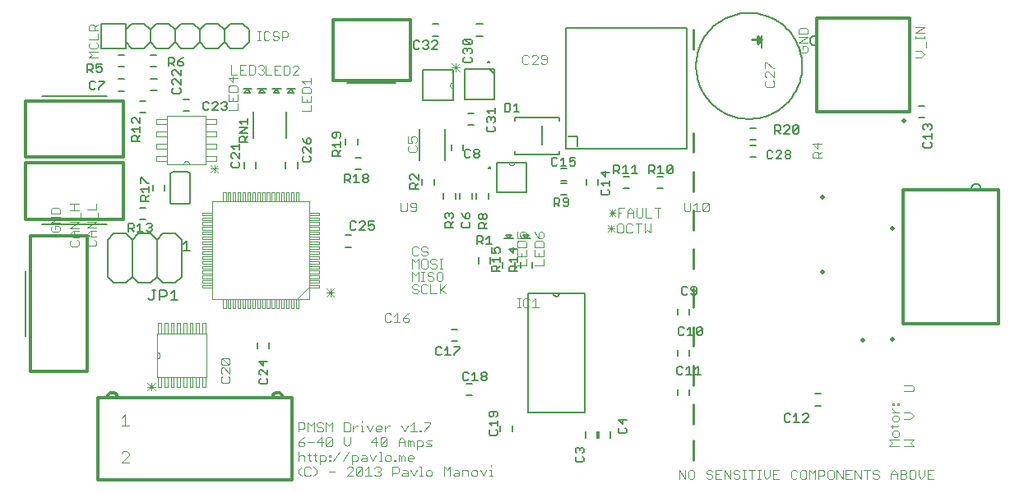
<source format=gto>
G75*
G70*
%OFA0B0*%
%FSLAX24Y24*%
%IPPOS*%
%LPD*%
%AMOC8*
5,1,8,0,0,1.08239X$1,22.5*
%
%ADD10C,0.0030*%
%ADD11C,0.0100*%
%ADD12C,0.0060*%
%ADD13C,0.0080*%
%ADD14C,0.0040*%
%ADD15C,0.0050*%
%ADD16C,0.0000*%
%ADD17C,0.0197*%
%ADD18C,0.0120*%
%ADD19C,0.0080*%
D10*
X005190Y003871D02*
X005504Y004184D01*
X005504Y004027D02*
X005190Y004027D01*
X005190Y004184D02*
X005504Y003871D01*
X005347Y003871D02*
X005347Y004184D01*
X011322Y002568D02*
X011322Y002197D01*
X011322Y002321D02*
X011508Y002321D01*
X011569Y002382D01*
X011569Y002506D01*
X011508Y002568D01*
X011322Y002568D01*
X011691Y002568D02*
X011814Y002444D01*
X011938Y002568D01*
X011938Y002197D01*
X012059Y002259D02*
X012121Y002197D01*
X012244Y002197D01*
X012306Y002259D01*
X012306Y002321D01*
X012244Y002382D01*
X012121Y002382D01*
X012059Y002444D01*
X012059Y002506D01*
X012121Y002568D01*
X012244Y002568D01*
X012306Y002506D01*
X012427Y002568D02*
X012551Y002444D01*
X012674Y002568D01*
X012674Y002197D01*
X012613Y001968D02*
X012674Y001906D01*
X012427Y001659D01*
X012489Y001597D01*
X012613Y001597D01*
X012674Y001659D01*
X012674Y001906D01*
X012613Y001968D02*
X012489Y001968D01*
X012427Y001906D01*
X012427Y001659D01*
X012306Y001782D02*
X012059Y001782D01*
X012244Y001968D01*
X012244Y001597D01*
X011938Y001782D02*
X011691Y001782D01*
X011569Y001721D02*
X011508Y001782D01*
X011322Y001782D01*
X011322Y001659D01*
X011384Y001597D01*
X011508Y001597D01*
X011569Y001659D01*
X011569Y001721D01*
X011446Y001906D02*
X011322Y001782D01*
X011446Y001906D02*
X011569Y001968D01*
X011691Y002197D02*
X011691Y002568D01*
X012427Y002568D02*
X012427Y002197D01*
X013164Y002197D02*
X013349Y002197D01*
X013411Y002259D01*
X013411Y002506D01*
X013349Y002568D01*
X013164Y002568D01*
X013164Y002197D01*
X013164Y001968D02*
X013164Y001721D01*
X013287Y001597D01*
X013411Y001721D01*
X013411Y001968D01*
X013532Y002197D02*
X013532Y002444D01*
X013532Y002321D02*
X013656Y002444D01*
X013718Y002444D01*
X013839Y002444D02*
X013901Y002444D01*
X013901Y002197D01*
X013839Y002197D02*
X013963Y002197D01*
X014208Y002197D02*
X014332Y002444D01*
X014453Y002382D02*
X014515Y002444D01*
X014638Y002444D01*
X014700Y002382D01*
X014700Y002321D01*
X014453Y002321D01*
X014453Y002382D02*
X014453Y002259D01*
X014515Y002197D01*
X014638Y002197D01*
X014821Y002197D02*
X014821Y002444D01*
X014821Y002321D02*
X014945Y002444D01*
X015007Y002444D01*
X015497Y002444D02*
X015620Y002197D01*
X015744Y002444D01*
X015865Y002444D02*
X015988Y002568D01*
X015988Y002197D01*
X015865Y002197D02*
X016112Y002197D01*
X016233Y002197D02*
X016295Y002197D01*
X016295Y002259D01*
X016233Y002259D01*
X016233Y002197D01*
X016417Y002197D02*
X016417Y002259D01*
X016664Y002506D01*
X016664Y002568D01*
X016417Y002568D01*
X016296Y001844D02*
X016357Y001782D01*
X016357Y001659D01*
X016296Y001597D01*
X016111Y001597D01*
X015989Y001597D02*
X015989Y001782D01*
X015927Y001844D01*
X015866Y001782D01*
X015866Y001597D01*
X015742Y001597D02*
X015742Y001844D01*
X015804Y001844D01*
X015866Y001782D01*
X015621Y001782D02*
X015374Y001782D01*
X015374Y001844D02*
X015497Y001968D01*
X015621Y001844D01*
X015621Y001597D01*
X015374Y001597D02*
X015374Y001844D01*
X014884Y001906D02*
X014884Y001659D01*
X014822Y001597D01*
X014699Y001597D01*
X014637Y001659D01*
X014884Y001906D01*
X014822Y001968D01*
X014699Y001968D01*
X014637Y001906D01*
X014637Y001659D01*
X014516Y001782D02*
X014269Y001782D01*
X014454Y001968D01*
X014454Y001597D01*
X014576Y001368D02*
X014638Y001368D01*
X014638Y000997D01*
X014699Y000997D02*
X014576Y000997D01*
X014577Y000768D02*
X014639Y000706D01*
X014639Y000644D01*
X014577Y000582D01*
X014639Y000521D01*
X014639Y000459D01*
X014577Y000397D01*
X014453Y000397D01*
X014392Y000459D01*
X014270Y000397D02*
X014023Y000397D01*
X014147Y000397D02*
X014147Y000768D01*
X014023Y000644D01*
X013902Y000706D02*
X013655Y000459D01*
X013717Y000397D01*
X013840Y000397D01*
X013902Y000459D01*
X013902Y000706D01*
X013840Y000768D01*
X013717Y000768D01*
X013655Y000706D01*
X013655Y000459D01*
X013534Y000397D02*
X013287Y000397D01*
X013534Y000644D01*
X013534Y000706D01*
X013472Y000768D01*
X013349Y000768D01*
X013287Y000706D01*
X013471Y000874D02*
X013471Y001244D01*
X013656Y001244D01*
X013718Y001182D01*
X013718Y001059D01*
X013656Y000997D01*
X013471Y000997D01*
X013103Y000997D02*
X013350Y001368D01*
X012981Y001368D02*
X012734Y000997D01*
X012612Y000997D02*
X012550Y000997D01*
X012550Y001059D01*
X012612Y001059D01*
X012612Y000997D01*
X012612Y001182D02*
X012550Y001182D01*
X012550Y001244D01*
X012612Y001244D01*
X012612Y001182D01*
X012429Y001182D02*
X012429Y001059D01*
X012367Y000997D01*
X012182Y000997D01*
X012060Y000997D02*
X011998Y001059D01*
X011998Y001306D01*
X011936Y001244D02*
X012060Y001244D01*
X012182Y001244D02*
X012367Y001244D01*
X012429Y001182D01*
X012182Y001244D02*
X012182Y000874D01*
X012060Y000644D02*
X011936Y000768D01*
X011815Y000706D02*
X011753Y000768D01*
X011630Y000768D01*
X011568Y000706D01*
X011568Y000459D01*
X011630Y000397D01*
X011753Y000397D01*
X011815Y000459D01*
X011936Y000397D02*
X012060Y000521D01*
X012060Y000644D01*
X012550Y000582D02*
X012797Y000582D01*
X013839Y001059D02*
X013901Y001121D01*
X014086Y001121D01*
X014086Y001182D02*
X014086Y000997D01*
X013901Y000997D01*
X013839Y001059D01*
X013901Y001244D02*
X014024Y001244D01*
X014086Y001182D01*
X014208Y001244D02*
X014331Y000997D01*
X014454Y001244D01*
X014821Y001182D02*
X014821Y001059D01*
X014883Y000997D01*
X015007Y000997D01*
X015068Y001059D01*
X015068Y001182D01*
X015007Y001244D01*
X014883Y001244D01*
X014821Y001182D01*
X015190Y001059D02*
X015251Y001059D01*
X015251Y000997D01*
X015190Y000997D01*
X015190Y001059D01*
X015374Y000997D02*
X015374Y001244D01*
X015436Y001244D01*
X015497Y001182D01*
X015559Y001244D01*
X015621Y001182D01*
X015621Y000997D01*
X015497Y000997D02*
X015497Y001182D01*
X015742Y001182D02*
X015742Y001059D01*
X015804Y000997D01*
X015927Y000997D01*
X015989Y001121D02*
X015742Y001121D01*
X015742Y001182D02*
X015804Y001244D01*
X015927Y001244D01*
X015989Y001182D01*
X015989Y001121D01*
X016111Y001474D02*
X016111Y001844D01*
X016296Y001844D01*
X016479Y001782D02*
X016541Y001721D01*
X016664Y001721D01*
X016726Y001659D01*
X016664Y001597D01*
X016479Y001597D01*
X016479Y001782D02*
X016541Y001844D01*
X016726Y001844D01*
X016295Y000768D02*
X016295Y000397D01*
X016233Y000397D02*
X016357Y000397D01*
X016479Y000459D02*
X016541Y000397D01*
X016664Y000397D01*
X016726Y000459D01*
X016726Y000582D01*
X016664Y000644D01*
X016541Y000644D01*
X016479Y000582D01*
X016479Y000459D01*
X016295Y000768D02*
X016233Y000768D01*
X016112Y000644D02*
X015988Y000397D01*
X015865Y000644D01*
X015744Y000582D02*
X015744Y000397D01*
X015558Y000397D01*
X015497Y000459D01*
X015558Y000521D01*
X015744Y000521D01*
X015744Y000582D02*
X015682Y000644D01*
X015558Y000644D01*
X015375Y000582D02*
X015314Y000521D01*
X015128Y000521D01*
X015128Y000397D02*
X015128Y000768D01*
X015314Y000768D01*
X015375Y000706D01*
X015375Y000582D01*
X014577Y000582D02*
X014515Y000582D01*
X014392Y000706D02*
X014453Y000768D01*
X014577Y000768D01*
X014208Y002197D02*
X014085Y002444D01*
X013901Y002568D02*
X013901Y002629D01*
X011814Y001244D02*
X011691Y001244D01*
X011753Y001306D02*
X011753Y001059D01*
X011814Y000997D01*
X011569Y000997D02*
X011569Y001182D01*
X011508Y001244D01*
X011384Y001244D01*
X011322Y001182D01*
X011322Y000997D02*
X011322Y001368D01*
X011446Y000768D02*
X011322Y000644D01*
X011322Y000521D01*
X011446Y000397D01*
X017216Y000397D02*
X017216Y000768D01*
X017339Y000644D01*
X017462Y000768D01*
X017462Y000397D01*
X017584Y000459D02*
X017646Y000521D01*
X017831Y000521D01*
X017831Y000582D02*
X017831Y000397D01*
X017646Y000397D01*
X017584Y000459D01*
X017646Y000644D02*
X017769Y000644D01*
X017831Y000582D01*
X017952Y000644D02*
X018137Y000644D01*
X018199Y000582D01*
X018199Y000397D01*
X018320Y000459D02*
X018382Y000397D01*
X018506Y000397D01*
X018567Y000459D01*
X018567Y000582D01*
X018506Y000644D01*
X018382Y000644D01*
X018320Y000582D01*
X018320Y000459D01*
X017952Y000397D02*
X017952Y000644D01*
X018689Y000644D02*
X018812Y000397D01*
X018936Y000644D01*
X019057Y000644D02*
X019119Y000644D01*
X019119Y000397D01*
X019057Y000397D02*
X019181Y000397D01*
X019119Y000768D02*
X019119Y000829D01*
X026741Y000651D02*
X026741Y000281D01*
X026988Y000281D02*
X026741Y000651D01*
X026988Y000651D02*
X026988Y000281D01*
X027110Y000342D02*
X027171Y000281D01*
X027295Y000281D01*
X027356Y000342D01*
X027356Y000589D01*
X027295Y000651D01*
X027171Y000651D01*
X027110Y000589D01*
X027110Y000342D01*
X027846Y000342D02*
X027908Y000281D01*
X028031Y000281D01*
X028093Y000342D01*
X028093Y000404D01*
X028031Y000466D01*
X027908Y000466D01*
X027846Y000528D01*
X027846Y000589D01*
X027908Y000651D01*
X028031Y000651D01*
X028093Y000589D01*
X028214Y000651D02*
X028214Y000281D01*
X028461Y000281D01*
X028583Y000281D02*
X028583Y000651D01*
X028830Y000281D01*
X028830Y000651D01*
X028951Y000589D02*
X028951Y000528D01*
X029013Y000466D01*
X029136Y000466D01*
X029198Y000404D01*
X029198Y000342D01*
X029136Y000281D01*
X029013Y000281D01*
X028951Y000342D01*
X028951Y000589D02*
X029013Y000651D01*
X029136Y000651D01*
X029198Y000589D01*
X029319Y000651D02*
X029443Y000651D01*
X029381Y000651D02*
X029381Y000281D01*
X029319Y000281D02*
X029443Y000281D01*
X029688Y000281D02*
X029688Y000651D01*
X029565Y000651D02*
X029812Y000651D01*
X029933Y000651D02*
X030057Y000651D01*
X029995Y000651D02*
X029995Y000281D01*
X029933Y000281D02*
X030057Y000281D01*
X030179Y000404D02*
X030302Y000281D01*
X030426Y000404D01*
X030426Y000651D01*
X030547Y000651D02*
X030547Y000281D01*
X030794Y000281D01*
X030671Y000466D02*
X030547Y000466D01*
X030547Y000651D02*
X030794Y000651D01*
X031284Y000589D02*
X031284Y000342D01*
X031345Y000281D01*
X031469Y000281D01*
X031531Y000342D01*
X031652Y000342D02*
X031652Y000589D01*
X031714Y000651D01*
X031837Y000651D01*
X031899Y000589D01*
X031899Y000342D01*
X031837Y000281D01*
X031714Y000281D01*
X031652Y000342D01*
X031531Y000589D02*
X031469Y000651D01*
X031345Y000651D01*
X031284Y000589D01*
X032020Y000651D02*
X032020Y000281D01*
X032267Y000281D02*
X032267Y000651D01*
X032144Y000528D01*
X032020Y000651D01*
X032389Y000651D02*
X032389Y000281D01*
X032389Y000404D02*
X032574Y000404D01*
X032636Y000466D01*
X032636Y000589D01*
X032574Y000651D01*
X032389Y000651D01*
X032757Y000589D02*
X032757Y000342D01*
X032819Y000281D01*
X032942Y000281D01*
X033004Y000342D01*
X033004Y000589D01*
X032942Y000651D01*
X032819Y000651D01*
X032757Y000589D01*
X033125Y000651D02*
X033125Y000281D01*
X033372Y000281D02*
X033125Y000651D01*
X033372Y000651D02*
X033372Y000281D01*
X033494Y000281D02*
X033741Y000281D01*
X033862Y000281D02*
X033862Y000651D01*
X034109Y000281D01*
X034109Y000651D01*
X034230Y000651D02*
X034477Y000651D01*
X034354Y000651D02*
X034354Y000281D01*
X034599Y000342D02*
X034660Y000281D01*
X034784Y000281D01*
X034845Y000342D01*
X034845Y000404D01*
X034784Y000466D01*
X034660Y000466D01*
X034599Y000528D01*
X034599Y000589D01*
X034660Y000651D01*
X034784Y000651D01*
X034845Y000589D01*
X035335Y000528D02*
X035335Y000281D01*
X035335Y000466D02*
X035582Y000466D01*
X035582Y000528D02*
X035582Y000281D01*
X035704Y000281D02*
X035889Y000281D01*
X035950Y000342D01*
X035950Y000404D01*
X035889Y000466D01*
X035704Y000466D01*
X035582Y000528D02*
X035459Y000651D01*
X035335Y000528D01*
X035704Y000651D02*
X035704Y000281D01*
X035889Y000466D02*
X035950Y000528D01*
X035950Y000589D01*
X035889Y000651D01*
X035704Y000651D01*
X036072Y000589D02*
X036072Y000342D01*
X036134Y000281D01*
X036257Y000281D01*
X036319Y000342D01*
X036319Y000589D01*
X036257Y000651D01*
X036134Y000651D01*
X036072Y000589D01*
X036440Y000651D02*
X036440Y000404D01*
X036564Y000281D01*
X036687Y000404D01*
X036687Y000651D01*
X036808Y000651D02*
X036808Y000281D01*
X037055Y000281D01*
X036932Y000466D02*
X036808Y000466D01*
X036808Y000651D02*
X037055Y000651D01*
X036237Y001622D02*
X035867Y001622D01*
X035637Y001622D02*
X035267Y001622D01*
X035390Y001745D01*
X035267Y001869D01*
X035637Y001869D01*
X035576Y001990D02*
X035637Y002052D01*
X035637Y002175D01*
X035576Y002237D01*
X035452Y002237D01*
X035390Y002175D01*
X035390Y002052D01*
X035452Y001990D01*
X035576Y001990D01*
X035867Y001869D02*
X036237Y001869D01*
X036114Y001745D01*
X036237Y001622D01*
X035576Y002420D02*
X035637Y002482D01*
X035576Y002420D02*
X035329Y002420D01*
X035390Y002358D02*
X035390Y002482D01*
X035452Y002604D02*
X035576Y002604D01*
X035637Y002666D01*
X035637Y002789D01*
X035576Y002851D01*
X035452Y002851D01*
X035390Y002789D01*
X035390Y002666D01*
X035452Y002604D01*
X035867Y002727D02*
X036114Y002727D01*
X036237Y002850D01*
X036114Y002974D01*
X035867Y002974D01*
X035637Y002972D02*
X035390Y002972D01*
X035390Y003096D02*
X035390Y003157D01*
X035390Y003096D02*
X035514Y002972D01*
X035576Y003279D02*
X035637Y003279D01*
X035637Y003341D01*
X035576Y003341D01*
X035576Y003279D01*
X035452Y003279D02*
X035390Y003279D01*
X035390Y003341D01*
X035452Y003341D01*
X035452Y003279D01*
X035867Y003832D02*
X036176Y003832D01*
X036237Y003893D01*
X036237Y004017D01*
X036176Y004078D01*
X035867Y004078D01*
X033741Y000651D02*
X033494Y000651D01*
X033494Y000281D01*
X033494Y000466D02*
X033617Y000466D01*
X030179Y000404D02*
X030179Y000651D01*
X028461Y000651D02*
X028214Y000651D01*
X028214Y000466D02*
X028338Y000466D01*
X021045Y007246D02*
X020799Y007246D01*
X020922Y007246D02*
X020922Y007616D01*
X020799Y007493D01*
X020677Y007554D02*
X020615Y007616D01*
X020492Y007616D01*
X020430Y007554D01*
X020430Y007307D01*
X020492Y007246D01*
X020615Y007246D01*
X020677Y007307D01*
X020308Y007246D02*
X020185Y007246D01*
X020246Y007246D02*
X020246Y007616D01*
X020185Y007616D02*
X020308Y007616D01*
X020175Y008952D02*
X020545Y008952D01*
X020545Y009199D01*
X020545Y009321D02*
X020175Y009321D01*
X020175Y009568D01*
X020175Y009689D02*
X020175Y009874D01*
X020236Y009936D01*
X020483Y009936D01*
X020545Y009874D01*
X020545Y009689D01*
X020175Y009689D01*
X020360Y009444D02*
X020360Y009321D01*
X020545Y009321D02*
X020545Y009568D01*
X020883Y009568D02*
X020883Y009321D01*
X021254Y009321D01*
X021254Y009568D01*
X021254Y009689D02*
X021254Y009874D01*
X021192Y009936D01*
X020945Y009936D01*
X020883Y009874D01*
X020883Y009689D01*
X021254Y009689D01*
X021069Y009444D02*
X021069Y009321D01*
X021254Y009199D02*
X021254Y008952D01*
X020883Y008952D01*
X021069Y010057D02*
X021069Y010242D01*
X021130Y010304D01*
X021192Y010304D01*
X021254Y010242D01*
X021254Y010119D01*
X021192Y010057D01*
X021069Y010057D01*
X020945Y010181D01*
X020883Y010304D01*
X020545Y010242D02*
X020545Y010119D01*
X020483Y010057D01*
X020360Y010057D02*
X020298Y010181D01*
X020298Y010242D01*
X020360Y010304D01*
X020483Y010304D01*
X020545Y010242D01*
X020360Y010057D02*
X020175Y010057D01*
X020175Y010304D01*
X017161Y009197D02*
X017038Y009197D01*
X017099Y009197D02*
X017099Y008826D01*
X017038Y008826D02*
X017161Y008826D01*
X017100Y008685D02*
X017162Y008623D01*
X017162Y008376D01*
X017100Y008315D01*
X016977Y008315D01*
X016915Y008376D01*
X016915Y008623D01*
X016977Y008685D01*
X017100Y008685D01*
X016916Y008888D02*
X016855Y008826D01*
X016731Y008826D01*
X016669Y008888D01*
X016548Y008888D02*
X016548Y009135D01*
X016486Y009197D01*
X016363Y009197D01*
X016301Y009135D01*
X016301Y008888D01*
X016363Y008826D01*
X016486Y008826D01*
X016548Y008888D01*
X016608Y008685D02*
X016547Y008623D01*
X016547Y008561D01*
X016608Y008500D01*
X016732Y008500D01*
X016793Y008438D01*
X016793Y008376D01*
X016732Y008315D01*
X016608Y008315D01*
X016547Y008376D01*
X016424Y008315D02*
X016301Y008315D01*
X016363Y008315D02*
X016363Y008685D01*
X016424Y008685D02*
X016301Y008685D01*
X016180Y008685D02*
X016180Y008315D01*
X016118Y008173D02*
X015994Y008173D01*
X015933Y008111D01*
X015933Y008050D01*
X015994Y007988D01*
X016118Y007988D01*
X016180Y007926D01*
X016180Y007865D01*
X016118Y007803D01*
X015994Y007803D01*
X015933Y007865D01*
X016180Y008111D02*
X016118Y008173D01*
X016301Y008111D02*
X016301Y007865D01*
X016363Y007803D01*
X016486Y007803D01*
X016548Y007865D01*
X016669Y007803D02*
X016916Y007803D01*
X017038Y007803D02*
X017038Y008173D01*
X017099Y007988D02*
X017285Y007803D01*
X017038Y007926D02*
X017285Y008173D01*
X016669Y008173D02*
X016669Y007803D01*
X016548Y008111D02*
X016486Y008173D01*
X016363Y008173D01*
X016301Y008111D01*
X015933Y008315D02*
X015933Y008685D01*
X016056Y008561D01*
X016180Y008685D01*
X016180Y008826D02*
X016180Y009197D01*
X016056Y009073D01*
X015933Y009197D01*
X015933Y008826D01*
X016608Y008685D02*
X016732Y008685D01*
X016793Y008623D01*
X016916Y008888D02*
X016916Y008950D01*
X016855Y009012D01*
X016731Y009012D01*
X016669Y009073D01*
X016669Y009135D01*
X016731Y009197D01*
X016855Y009197D01*
X016916Y009135D01*
X016548Y009400D02*
X016486Y009338D01*
X016363Y009338D01*
X016301Y009400D01*
X016180Y009400D02*
X016118Y009338D01*
X015994Y009338D01*
X015933Y009400D01*
X015933Y009647D01*
X015994Y009709D01*
X016118Y009709D01*
X016180Y009647D01*
X016301Y009647D02*
X016301Y009585D01*
X016363Y009523D01*
X016486Y009523D01*
X016548Y009462D01*
X016548Y009400D01*
X016548Y009647D02*
X016486Y009709D01*
X016363Y009709D01*
X016301Y009647D01*
X012761Y007996D02*
X012447Y007682D01*
X012604Y007682D02*
X012604Y007996D01*
X012447Y007996D02*
X012761Y007682D01*
X012761Y007839D02*
X012447Y007839D01*
X008065Y012709D02*
X007751Y013022D01*
X007751Y012866D02*
X008065Y012866D01*
X008065Y013022D02*
X007751Y012709D01*
X007908Y012709D02*
X007908Y013022D01*
X008471Y015259D02*
X008841Y015259D01*
X008841Y015506D01*
X008841Y015627D02*
X008471Y015627D01*
X008471Y015874D01*
X008471Y015995D02*
X008471Y016180D01*
X008533Y016242D01*
X008780Y016242D01*
X008841Y016180D01*
X008841Y015995D01*
X008471Y015995D01*
X008656Y015750D02*
X008656Y015627D01*
X008841Y015627D02*
X008841Y015874D01*
X008656Y016364D02*
X008656Y016611D01*
X008578Y016694D02*
X008825Y016694D01*
X008947Y016694D02*
X009194Y016694D01*
X009315Y016694D02*
X009315Y017064D01*
X009500Y017064D01*
X009562Y017003D01*
X009562Y016756D01*
X009500Y016694D01*
X009315Y016694D01*
X009070Y016879D02*
X008947Y016879D01*
X008947Y017064D02*
X008947Y016694D01*
X008841Y016549D02*
X008471Y016549D01*
X008656Y016364D01*
X008578Y016694D02*
X008578Y017064D01*
X008947Y017064D02*
X009194Y017064D01*
X009683Y017003D02*
X009745Y017064D01*
X009868Y017064D01*
X009930Y017003D01*
X009930Y016941D01*
X009868Y016879D01*
X009930Y016818D01*
X009930Y016756D01*
X009868Y016694D01*
X009745Y016694D01*
X009683Y016756D01*
X009807Y016879D02*
X009868Y016879D01*
X009972Y017057D02*
X009972Y016686D01*
X010219Y016686D01*
X010340Y016686D02*
X010587Y016686D01*
X010709Y016686D02*
X010894Y016686D01*
X010956Y016748D01*
X010956Y016995D01*
X010894Y017057D01*
X010709Y017057D01*
X010709Y016686D01*
X010464Y016871D02*
X010340Y016871D01*
X010340Y016686D02*
X010340Y017057D01*
X010587Y017057D01*
X011077Y016995D02*
X011139Y017057D01*
X011262Y017057D01*
X011324Y016995D01*
X011324Y016933D01*
X011077Y016686D01*
X011324Y016686D01*
X011454Y016425D02*
X011825Y016425D01*
X011825Y016548D02*
X011825Y016301D01*
X011763Y016180D02*
X011516Y016180D01*
X011454Y016118D01*
X011454Y015933D01*
X011825Y015933D01*
X011825Y016118D01*
X011763Y016180D01*
X011578Y016301D02*
X011454Y016425D01*
X011454Y015812D02*
X011454Y015565D01*
X011825Y015565D01*
X011825Y015812D01*
X011639Y015688D02*
X011639Y015565D01*
X011825Y015443D02*
X011825Y015196D01*
X011454Y015196D01*
X015749Y014166D02*
X015749Y013919D01*
X015934Y013919D01*
X015872Y014043D01*
X015872Y014104D01*
X015934Y014166D01*
X016058Y014166D01*
X016119Y014104D01*
X016119Y013981D01*
X016058Y013919D01*
X016058Y013798D02*
X016119Y013736D01*
X016119Y013613D01*
X016058Y013551D01*
X015811Y013551D01*
X015749Y013613D01*
X015749Y013736D01*
X015811Y013798D01*
X017524Y016824D02*
X017838Y017137D01*
X017838Y016981D02*
X017524Y016981D01*
X017524Y017137D02*
X017838Y016824D01*
X017681Y016824D02*
X017681Y017137D01*
X020401Y017176D02*
X020463Y017114D01*
X020586Y017114D01*
X020648Y017176D01*
X020770Y017114D02*
X021016Y017361D01*
X021016Y017422D01*
X020955Y017484D01*
X020831Y017484D01*
X020770Y017422D01*
X020648Y017422D02*
X020586Y017484D01*
X020463Y017484D01*
X020401Y017422D01*
X020401Y017176D01*
X020770Y017114D02*
X021016Y017114D01*
X021138Y017176D02*
X021200Y017114D01*
X021323Y017114D01*
X021385Y017176D01*
X021385Y017422D01*
X021323Y017484D01*
X021200Y017484D01*
X021138Y017422D01*
X021138Y017361D01*
X021200Y017299D01*
X021385Y017299D01*
X030229Y017179D02*
X030229Y016932D01*
X030291Y016811D02*
X030229Y016749D01*
X030229Y016625D01*
X030291Y016564D01*
X030291Y016442D02*
X030229Y016381D01*
X030229Y016257D01*
X030291Y016195D01*
X030538Y016195D01*
X030600Y016257D01*
X030600Y016381D01*
X030538Y016442D01*
X030600Y016564D02*
X030353Y016811D01*
X030291Y016811D01*
X030538Y016932D02*
X030600Y016932D01*
X030538Y016932D02*
X030291Y017179D01*
X030229Y017179D01*
X030600Y016811D02*
X030600Y016564D01*
X031637Y017594D02*
X031576Y017656D01*
X031576Y017779D01*
X031637Y017841D01*
X031761Y017841D02*
X031761Y017718D01*
X031761Y017841D02*
X031884Y017841D01*
X031946Y017779D01*
X031946Y017656D01*
X031884Y017594D01*
X031637Y017594D01*
X031576Y017962D02*
X031946Y018209D01*
X031576Y018209D01*
X031576Y018331D02*
X031576Y018516D01*
X031637Y018578D01*
X031884Y018578D01*
X031946Y018516D01*
X031946Y018331D01*
X031576Y018331D01*
X031576Y017962D02*
X031946Y017962D01*
X036314Y018130D02*
X036314Y018253D01*
X036314Y018192D02*
X036685Y018192D01*
X036685Y018253D02*
X036685Y018130D01*
X036746Y018008D02*
X036746Y017762D01*
X036561Y017640D02*
X036314Y017640D01*
X036314Y017393D02*
X036561Y017393D01*
X036685Y017517D01*
X036561Y017640D01*
X036685Y018375D02*
X036314Y018375D01*
X036685Y018622D01*
X036314Y018622D01*
X032525Y013863D02*
X032155Y013863D01*
X032340Y013678D01*
X032340Y013925D01*
X032340Y013556D02*
X032402Y013495D01*
X032402Y013309D01*
X032525Y013309D02*
X032155Y013309D01*
X032155Y013495D01*
X032216Y013556D01*
X032340Y013556D01*
X032402Y013433D02*
X032525Y013556D01*
X025994Y011264D02*
X025747Y011264D01*
X025870Y011264D02*
X025870Y010893D01*
X025625Y010893D02*
X025378Y010893D01*
X025378Y011264D01*
X025257Y011264D02*
X025257Y010955D01*
X025195Y010893D01*
X025072Y010893D01*
X025010Y010955D01*
X025010Y011264D01*
X024889Y011140D02*
X024889Y010893D01*
X024889Y011079D02*
X024642Y011079D01*
X024642Y011140D02*
X024642Y010893D01*
X024642Y011140D02*
X024765Y011264D01*
X024889Y011140D01*
X024520Y011264D02*
X024273Y011264D01*
X024273Y010893D01*
X024152Y010955D02*
X023905Y011202D01*
X023905Y011079D02*
X024152Y011079D01*
X024273Y011079D02*
X024397Y011079D01*
X024152Y011202D02*
X023905Y010955D01*
X024029Y010955D02*
X024029Y011202D01*
X024296Y010634D02*
X024234Y010572D01*
X024234Y010325D01*
X024296Y010263D01*
X024419Y010263D01*
X024481Y010325D01*
X024481Y010572D01*
X024419Y010634D01*
X024296Y010634D01*
X024113Y010572D02*
X023866Y010325D01*
X023989Y010325D02*
X023989Y010572D01*
X023866Y010572D02*
X024113Y010325D01*
X024113Y010449D02*
X023866Y010449D01*
X024602Y010572D02*
X024602Y010325D01*
X024664Y010263D01*
X024788Y010263D01*
X024849Y010325D01*
X024849Y010572D02*
X024788Y010634D01*
X024664Y010634D01*
X024602Y010572D01*
X024971Y010634D02*
X025218Y010634D01*
X025339Y010634D02*
X025339Y010263D01*
X025462Y010387D01*
X025586Y010263D01*
X025586Y010634D01*
X025094Y010634D02*
X025094Y010263D01*
X010886Y018257D02*
X010824Y018196D01*
X010639Y018196D01*
X010518Y018196D02*
X010518Y018134D01*
X010456Y018072D01*
X010333Y018072D01*
X010271Y018134D01*
X010149Y018134D02*
X010088Y018072D01*
X009964Y018072D01*
X009903Y018134D01*
X009903Y018381D01*
X009964Y018442D01*
X010088Y018442D01*
X010149Y018381D01*
X010271Y018381D02*
X010271Y018319D01*
X010333Y018257D01*
X010456Y018257D01*
X010518Y018196D01*
X010639Y018072D02*
X010639Y018442D01*
X010824Y018442D01*
X010886Y018381D01*
X010886Y018257D01*
X010518Y018381D02*
X010456Y018442D01*
X010333Y018442D01*
X010271Y018381D01*
X009780Y018442D02*
X009657Y018442D01*
X009719Y018442D02*
X009719Y018072D01*
X009780Y018072D02*
X009657Y018072D01*
X003192Y018106D02*
X003192Y018352D01*
X003192Y018474D02*
X002822Y018474D01*
X002822Y018659D01*
X002884Y018721D01*
X003007Y018721D01*
X003069Y018659D01*
X003069Y018474D01*
X003069Y018597D02*
X003192Y018721D01*
X003192Y018106D02*
X002822Y018106D01*
X002884Y017984D02*
X002822Y017922D01*
X002822Y017799D01*
X002884Y017737D01*
X003131Y017737D01*
X003192Y017799D01*
X003192Y017922D01*
X003131Y017984D01*
X003192Y017616D02*
X002822Y017616D01*
X002946Y017492D01*
X002822Y017369D01*
X003192Y017369D01*
X003119Y011452D02*
X003119Y011205D01*
X002749Y011205D01*
X002480Y011068D02*
X002480Y010821D01*
X002418Y010700D02*
X002048Y010700D01*
X002048Y010453D02*
X002418Y010700D01*
X002418Y010453D02*
X002048Y010453D01*
X002172Y010331D02*
X002418Y010331D01*
X002233Y010331D02*
X002233Y010084D01*
X002172Y010084D02*
X002048Y010208D01*
X002172Y010331D01*
X002172Y010084D02*
X002418Y010084D01*
X002357Y009963D02*
X002418Y009901D01*
X002418Y009778D01*
X002357Y009716D01*
X002110Y009716D01*
X002048Y009778D01*
X002048Y009901D01*
X002110Y009963D01*
X002749Y009917D02*
X002749Y009794D01*
X002811Y009732D01*
X003058Y009732D01*
X003119Y009794D01*
X003119Y009917D01*
X003058Y009979D01*
X003119Y010100D02*
X002872Y010100D01*
X002749Y010224D01*
X002872Y010347D01*
X003119Y010347D01*
X003119Y010469D02*
X002749Y010469D01*
X003119Y010715D01*
X002749Y010715D01*
X003181Y010837D02*
X003181Y011084D01*
X002418Y011189D02*
X002048Y011189D01*
X002233Y011189D02*
X002233Y011436D01*
X002048Y011436D02*
X002418Y011436D01*
X001645Y011222D02*
X001645Y011037D01*
X001275Y011037D01*
X001275Y011222D01*
X001337Y011284D01*
X001584Y011284D01*
X001645Y011222D01*
X001645Y010915D02*
X001275Y010915D01*
X001275Y010669D02*
X001645Y010915D01*
X001645Y010669D02*
X001275Y010669D01*
X001337Y010547D02*
X001275Y010485D01*
X001275Y010362D01*
X001337Y010300D01*
X001584Y010300D01*
X001645Y010362D01*
X001645Y010485D01*
X001584Y010547D01*
X001460Y010547D01*
X001460Y010424D01*
X002749Y009917D02*
X002811Y009979D01*
X002934Y010100D02*
X002934Y010347D01*
D11*
X027315Y010386D02*
X027315Y011174D01*
X027315Y011961D02*
X027315Y012748D01*
X027315Y013536D02*
X027315Y014323D01*
X027315Y017709D02*
X027315Y018496D01*
X029678Y018103D02*
X030071Y018103D01*
X030071Y018107D01*
X029933Y018244D01*
X029933Y017961D01*
X030071Y018099D01*
X027315Y009599D02*
X027315Y008811D01*
X027315Y008024D02*
X027315Y007237D01*
X027315Y006449D02*
X027315Y005662D01*
X027315Y004874D02*
X027315Y004087D01*
X027315Y003300D02*
X027315Y002512D01*
X027315Y001843D02*
X027315Y001056D01*
D12*
X024617Y002190D02*
X024617Y002303D01*
X024560Y002360D01*
X024617Y002190D02*
X024560Y002133D01*
X024333Y002133D01*
X024276Y002190D01*
X024276Y002303D01*
X024333Y002360D01*
X024447Y002501D02*
X024447Y002728D01*
X024617Y002672D02*
X024276Y002672D01*
X024447Y002501D01*
X023969Y002197D02*
X023969Y001961D01*
X023496Y001961D02*
X023496Y002197D01*
X023418Y002197D02*
X023418Y001961D01*
X022945Y001961D02*
X022945Y002197D01*
X022828Y001559D02*
X022771Y001559D01*
X022714Y001502D01*
X022714Y001446D01*
X022714Y001502D02*
X022658Y001559D01*
X022601Y001559D01*
X022544Y001502D01*
X022544Y001389D01*
X022601Y001332D01*
X022601Y001191D02*
X022544Y001134D01*
X022544Y001021D01*
X022601Y000964D01*
X022828Y000964D01*
X022884Y001021D01*
X022884Y001134D01*
X022828Y001191D01*
X022828Y001332D02*
X022884Y001389D01*
X022884Y001502D01*
X022828Y001559D01*
X019973Y002213D02*
X019973Y002449D01*
X019500Y002449D02*
X019500Y002213D01*
X019382Y002231D02*
X019382Y002118D01*
X019325Y002061D01*
X019098Y002061D01*
X019041Y002118D01*
X019041Y002231D01*
X019098Y002288D01*
X019155Y002429D02*
X019041Y002543D01*
X019382Y002543D01*
X019382Y002656D02*
X019382Y002429D01*
X019325Y002288D02*
X019382Y002231D01*
X019325Y002798D02*
X019382Y002854D01*
X019382Y002968D01*
X019325Y003025D01*
X019098Y003025D01*
X019041Y002968D01*
X019041Y002854D01*
X019098Y002798D01*
X019155Y002798D01*
X019211Y002854D01*
X019211Y003025D01*
X018367Y003681D02*
X018130Y003681D01*
X018130Y004154D02*
X018367Y004154D01*
X018347Y004273D02*
X018574Y004273D01*
X018460Y004273D02*
X018460Y004613D01*
X018347Y004500D01*
X018205Y004556D02*
X018149Y004613D01*
X018035Y004613D01*
X017978Y004556D01*
X017978Y004329D01*
X018035Y004273D01*
X018149Y004273D01*
X018205Y004329D01*
X018715Y004329D02*
X018715Y004386D01*
X018772Y004443D01*
X018885Y004443D01*
X018942Y004386D01*
X018942Y004329D01*
X018885Y004273D01*
X018772Y004273D01*
X018715Y004329D01*
X018772Y004443D02*
X018715Y004500D01*
X018715Y004556D01*
X018772Y004613D01*
X018885Y004613D01*
X018942Y004556D01*
X018942Y004500D01*
X018885Y004443D01*
X017620Y005301D02*
X017620Y005358D01*
X017846Y005585D01*
X017846Y005642D01*
X017620Y005642D01*
X017528Y005867D02*
X017764Y005867D01*
X017365Y005642D02*
X017365Y005301D01*
X017478Y005301D02*
X017251Y005301D01*
X017110Y005358D02*
X017053Y005301D01*
X016940Y005301D01*
X016883Y005358D01*
X016883Y005585D01*
X016940Y005642D01*
X017053Y005642D01*
X017110Y005585D01*
X017251Y005528D02*
X017365Y005642D01*
X017528Y006339D02*
X017764Y006339D01*
X019140Y008699D02*
X019140Y008869D01*
X019196Y008926D01*
X019310Y008926D01*
X019367Y008869D01*
X019367Y008699D01*
X019480Y008699D02*
X019140Y008699D01*
X019367Y008812D02*
X019480Y008926D01*
X019599Y008851D02*
X019599Y009087D01*
X019480Y009067D02*
X019480Y009294D01*
X019480Y009181D02*
X019140Y009181D01*
X019253Y009067D01*
X019087Y009028D02*
X019087Y009264D01*
X019140Y009436D02*
X019310Y009436D01*
X019253Y009549D01*
X019253Y009606D01*
X019310Y009662D01*
X019423Y009662D01*
X019480Y009606D01*
X019480Y009492D01*
X019423Y009436D01*
X019140Y009436D02*
X019140Y009662D01*
X019156Y009796D02*
X018929Y009796D01*
X019043Y009796D02*
X019043Y010137D01*
X018929Y010023D01*
X018788Y009966D02*
X018731Y009910D01*
X018561Y009910D01*
X018675Y009910D02*
X018788Y009796D01*
X018788Y009966D02*
X018788Y010080D01*
X018731Y010137D01*
X018561Y010137D01*
X018561Y009796D01*
X018615Y009264D02*
X018615Y009028D01*
X019848Y009181D02*
X019962Y009067D01*
X020071Y009087D02*
X020071Y008851D01*
X020075Y008869D02*
X020075Y008699D01*
X020075Y008812D02*
X020189Y008926D01*
X020075Y008869D02*
X020019Y008926D01*
X019905Y008926D01*
X019848Y008869D01*
X019848Y008699D01*
X020189Y008699D01*
X020307Y008851D02*
X020307Y009087D01*
X020189Y009067D02*
X020189Y009294D01*
X020189Y009181D02*
X019848Y009181D01*
X020019Y009436D02*
X020019Y009662D01*
X020189Y009606D02*
X019848Y009606D01*
X020019Y009436D01*
X020780Y009087D02*
X020780Y008851D01*
X018955Y010452D02*
X018615Y010452D01*
X018615Y010622D01*
X018672Y010679D01*
X018785Y010679D01*
X018842Y010622D01*
X018842Y010452D01*
X018842Y010565D02*
X018955Y010679D01*
X018899Y010820D02*
X018842Y010820D01*
X018785Y010877D01*
X018785Y010990D01*
X018842Y011047D01*
X018899Y011047D01*
X018955Y010990D01*
X018955Y010877D01*
X018899Y010820D01*
X018785Y010877D02*
X018728Y010820D01*
X018672Y010820D01*
X018615Y010877D01*
X018615Y010990D01*
X018672Y011047D01*
X018728Y011047D01*
X018785Y010990D01*
X018260Y011009D02*
X018203Y011066D01*
X018146Y011066D01*
X018089Y011009D01*
X018089Y010839D01*
X018203Y010839D01*
X018260Y010896D01*
X018260Y011009D01*
X018089Y010839D02*
X017976Y010952D01*
X017919Y011066D01*
X017590Y011009D02*
X017590Y010896D01*
X017534Y010839D01*
X017590Y010697D02*
X017477Y010584D01*
X017477Y010641D02*
X017477Y010471D01*
X017590Y010471D02*
X017250Y010471D01*
X017250Y010641D01*
X017307Y010697D01*
X017420Y010697D01*
X017477Y010641D01*
X017307Y010839D02*
X017250Y010896D01*
X017250Y011009D01*
X017307Y011066D01*
X017363Y011066D01*
X017420Y011009D01*
X017477Y011066D01*
X017534Y011066D01*
X017590Y011009D01*
X017420Y011009D02*
X017420Y010952D01*
X017919Y010641D02*
X017976Y010697D01*
X017919Y010641D02*
X017919Y010527D01*
X017976Y010471D01*
X018203Y010471D01*
X018260Y010527D01*
X018260Y010641D01*
X018203Y010697D01*
X018339Y011646D02*
X018339Y011882D01*
X018536Y011882D02*
X018536Y011646D01*
X019008Y011646D02*
X019008Y011882D01*
X019343Y011902D02*
X019343Y013122D01*
X019833Y013122D01*
X020073Y013122D01*
X020563Y013122D01*
X020563Y011902D01*
X019343Y011902D01*
X017867Y011882D02*
X017867Y011646D01*
X017670Y011646D02*
X017670Y011882D01*
X017197Y011882D02*
X017197Y011646D01*
X016804Y012197D02*
X016804Y012433D01*
X016331Y012433D02*
X016331Y012197D01*
X016173Y012272D02*
X016060Y012159D01*
X016060Y012215D02*
X016060Y012045D01*
X016173Y012045D02*
X015833Y012045D01*
X015833Y012215D01*
X015889Y012272D01*
X016003Y012272D01*
X016060Y012215D01*
X016173Y012414D02*
X015946Y012641D01*
X015889Y012641D01*
X015833Y012584D01*
X015833Y012470D01*
X015889Y012414D01*
X016173Y012414D02*
X016173Y012641D01*
X017512Y013615D02*
X017512Y013851D01*
X017985Y013851D02*
X017985Y013615D01*
X018050Y013597D02*
X018050Y013370D01*
X018107Y013313D01*
X018221Y013313D01*
X018277Y013370D01*
X018419Y013370D02*
X018419Y013427D01*
X018475Y013483D01*
X018589Y013483D01*
X018646Y013427D01*
X018646Y013370D01*
X018589Y013313D01*
X018475Y013313D01*
X018419Y013370D01*
X018475Y013483D02*
X018419Y013540D01*
X018419Y013597D01*
X018475Y013654D01*
X018589Y013654D01*
X018646Y013597D01*
X018646Y013540D01*
X018589Y013483D01*
X018277Y013597D02*
X018221Y013654D01*
X018107Y013654D01*
X018050Y013597D01*
X018943Y014425D02*
X019000Y014368D01*
X019226Y014368D01*
X019283Y014425D01*
X019283Y014538D01*
X019226Y014595D01*
X019226Y014737D02*
X019283Y014793D01*
X019283Y014907D01*
X019226Y014963D01*
X019170Y014963D01*
X019113Y014907D01*
X019113Y014850D01*
X019113Y014907D02*
X019056Y014963D01*
X019000Y014963D01*
X018943Y014907D01*
X018943Y014793D01*
X019000Y014737D01*
X019000Y014595D02*
X018943Y014538D01*
X018943Y014425D01*
X018418Y014638D02*
X018181Y014638D01*
X018181Y015111D02*
X018418Y015111D01*
X018943Y015218D02*
X019283Y015218D01*
X019283Y015105D02*
X019283Y015332D01*
X019056Y015105D02*
X018943Y015218D01*
X019264Y015682D02*
X018044Y015682D01*
X018044Y016902D01*
X019264Y016902D01*
X019264Y015682D01*
X019674Y015521D02*
X019844Y015521D01*
X019901Y015464D01*
X019901Y015237D01*
X019844Y015180D01*
X019674Y015180D01*
X019674Y015521D01*
X020042Y015407D02*
X020155Y015521D01*
X020155Y015180D01*
X020042Y015180D02*
X020269Y015180D01*
X019264Y016702D02*
X019064Y016902D01*
X019024Y017162D02*
X019033Y017163D01*
X019042Y017168D01*
X019048Y017174D01*
X019053Y017183D01*
X019054Y017192D01*
X019053Y017201D01*
X019048Y017210D01*
X019042Y017216D01*
X019033Y017221D01*
X019024Y017222D01*
X019015Y017221D01*
X019006Y017216D01*
X019000Y017210D01*
X018995Y017201D01*
X018994Y017192D01*
X018995Y017183D01*
X019000Y017174D01*
X019006Y017168D01*
X019015Y017163D01*
X019024Y017162D01*
X018338Y017220D02*
X018338Y017334D01*
X018282Y017390D01*
X018282Y017532D02*
X018338Y017588D01*
X018338Y017702D01*
X018282Y017759D01*
X018225Y017759D01*
X018168Y017702D01*
X018168Y017645D01*
X018168Y017702D02*
X018111Y017759D01*
X018055Y017759D01*
X017998Y017702D01*
X017998Y017588D01*
X018055Y017532D01*
X018055Y017390D02*
X017998Y017334D01*
X017998Y017220D01*
X018055Y017163D01*
X018282Y017163D01*
X018338Y017220D01*
X017581Y016872D02*
X016341Y016872D01*
X016341Y015632D01*
X017581Y015632D01*
X017581Y016132D01*
X017581Y016372D01*
X017581Y016872D01*
X017421Y016872D02*
X017271Y016872D01*
X017161Y016872D02*
X017021Y016872D01*
X016901Y016872D02*
X016761Y016872D01*
X016651Y016872D02*
X016501Y016872D01*
X016528Y017723D02*
X016414Y017723D01*
X016358Y017779D01*
X016216Y017779D02*
X016159Y017723D01*
X016046Y017723D01*
X015989Y017779D01*
X015989Y018006D01*
X016046Y018063D01*
X016159Y018063D01*
X016216Y018006D01*
X016358Y018006D02*
X016414Y018063D01*
X016528Y018063D01*
X016584Y018006D01*
X016584Y017950D01*
X016528Y017893D01*
X016584Y017836D01*
X016584Y017779D01*
X016528Y017723D01*
X016528Y017893D02*
X016471Y017893D01*
X016726Y018006D02*
X016783Y018063D01*
X016896Y018063D01*
X016953Y018006D01*
X016953Y017950D01*
X016726Y017723D01*
X016953Y017723D01*
X017000Y018260D02*
X016764Y018260D01*
X016764Y018733D02*
X017000Y018733D01*
X017998Y018070D02*
X018055Y018127D01*
X018282Y017900D01*
X018338Y017957D01*
X018338Y018070D01*
X018282Y018127D01*
X018055Y018127D01*
X017998Y018070D02*
X017998Y017957D01*
X018055Y017900D01*
X018282Y017900D01*
X018536Y018260D02*
X018772Y018260D01*
X018772Y018733D02*
X018536Y018733D01*
X017421Y015632D02*
X017271Y015632D01*
X017161Y015632D02*
X017021Y015632D01*
X016901Y015632D02*
X016761Y015632D01*
X016651Y015632D02*
X016501Y015632D01*
X013705Y014095D02*
X013705Y013859D01*
X013233Y013859D02*
X013233Y014095D01*
X013030Y014164D02*
X013030Y014278D01*
X012973Y014335D01*
X012746Y014335D01*
X012690Y014278D01*
X012690Y014164D01*
X012746Y014108D01*
X012803Y014108D01*
X012860Y014164D01*
X012860Y014335D01*
X013030Y014164D02*
X012973Y014108D01*
X013030Y013966D02*
X013030Y013739D01*
X013030Y013853D02*
X012690Y013853D01*
X012803Y013739D01*
X012746Y013598D02*
X012860Y013598D01*
X012917Y013541D01*
X012917Y013371D01*
X013030Y013371D02*
X012690Y013371D01*
X012690Y013541D01*
X012746Y013598D01*
X012917Y013485D02*
X013030Y013598D01*
X013611Y013311D02*
X013847Y013311D01*
X013847Y012839D02*
X013611Y012839D01*
X013664Y012650D02*
X013664Y012309D01*
X013777Y012309D02*
X013550Y012309D01*
X013409Y012309D02*
X013296Y012423D01*
X013352Y012423D02*
X013182Y012423D01*
X013182Y012309D02*
X013182Y012650D01*
X013352Y012650D01*
X013409Y012593D01*
X013409Y012479D01*
X013352Y012423D01*
X013550Y012536D02*
X013664Y012650D01*
X013919Y012593D02*
X013975Y012650D01*
X014089Y012650D01*
X014146Y012593D01*
X014146Y012536D01*
X014089Y012479D01*
X013975Y012479D01*
X013919Y012536D01*
X013919Y012593D01*
X013975Y012479D02*
X013919Y012423D01*
X013919Y012366D01*
X013975Y012309D01*
X014089Y012309D01*
X014146Y012366D01*
X014146Y012423D01*
X014089Y012479D01*
X011811Y013197D02*
X011811Y013310D01*
X011754Y013367D01*
X011811Y013508D02*
X011584Y013735D01*
X011527Y013735D01*
X011470Y013678D01*
X011470Y013565D01*
X011527Y013508D01*
X011527Y013367D02*
X011470Y013310D01*
X011470Y013197D01*
X011527Y013140D01*
X011754Y013140D01*
X011811Y013197D01*
X011811Y013508D02*
X011811Y013735D01*
X011754Y013876D02*
X011811Y013933D01*
X011811Y014047D01*
X011754Y014103D01*
X011697Y014103D01*
X011641Y014047D01*
X011641Y013876D01*
X011754Y013876D01*
X011641Y013876D02*
X011527Y013990D01*
X011470Y014103D01*
X011272Y013130D02*
X011272Y012894D01*
X010800Y012894D02*
X010800Y013130D01*
X009575Y013130D02*
X009575Y012894D01*
X009103Y012894D02*
X009103Y013130D01*
X008933Y013093D02*
X008876Y013150D01*
X008933Y013093D02*
X008933Y012980D01*
X008876Y012923D01*
X008649Y012923D01*
X008593Y012980D01*
X008593Y013093D01*
X008649Y013150D01*
X008649Y013292D02*
X008593Y013348D01*
X008593Y013462D01*
X008649Y013518D01*
X008706Y013518D01*
X008933Y013292D01*
X008933Y013518D01*
X008933Y013660D02*
X008933Y013887D01*
X008918Y013944D02*
X008918Y014114D01*
X008974Y014171D01*
X009088Y014171D01*
X009144Y014114D01*
X009144Y013944D01*
X009144Y014058D02*
X009258Y014171D01*
X009258Y014313D02*
X008918Y014313D01*
X009258Y014540D01*
X008918Y014540D01*
X009031Y014681D02*
X008918Y014794D01*
X009258Y014794D01*
X009258Y014681D02*
X009258Y014908D01*
X008422Y015298D02*
X008422Y015355D01*
X008366Y015411D01*
X008309Y015411D01*
X008366Y015411D02*
X008422Y015468D01*
X008422Y015525D01*
X008366Y015582D01*
X008252Y015582D01*
X008195Y015525D01*
X008054Y015525D02*
X007997Y015582D01*
X007884Y015582D01*
X007827Y015525D01*
X007686Y015525D02*
X007629Y015582D01*
X007515Y015582D01*
X007459Y015525D01*
X007459Y015298D01*
X007515Y015241D01*
X007629Y015241D01*
X007686Y015298D01*
X007827Y015241D02*
X008054Y015468D01*
X008054Y015525D01*
X008195Y015298D02*
X008252Y015241D01*
X008366Y015241D01*
X008422Y015298D01*
X008054Y015241D02*
X007827Y015241D01*
X006874Y015205D02*
X006638Y015205D01*
X006638Y015678D02*
X006874Y015678D01*
X006539Y015968D02*
X006539Y016082D01*
X006482Y016138D01*
X006539Y016280D02*
X006312Y016507D01*
X006256Y016507D01*
X006199Y016450D01*
X006199Y016337D01*
X006256Y016280D01*
X006256Y016138D02*
X006199Y016082D01*
X006199Y015968D01*
X006256Y015911D01*
X006482Y015911D01*
X006539Y015968D01*
X006539Y016280D02*
X006539Y016507D01*
X006539Y016648D02*
X006312Y016875D01*
X006256Y016875D01*
X006199Y016818D01*
X006199Y016705D01*
X006256Y016648D01*
X006539Y016648D02*
X006539Y016875D01*
X006589Y017030D02*
X006646Y017087D01*
X006646Y017143D01*
X006589Y017200D01*
X006419Y017200D01*
X006419Y017087D01*
X006475Y017030D01*
X006589Y017030D01*
X006419Y017200D02*
X006532Y017313D01*
X006646Y017370D01*
X006277Y017313D02*
X006277Y017200D01*
X006221Y017143D01*
X006050Y017143D01*
X006050Y017030D02*
X006050Y017370D01*
X006221Y017370D01*
X006277Y017313D01*
X006164Y017143D02*
X006277Y017030D01*
X005544Y017000D02*
X005307Y017000D01*
X005307Y017473D02*
X005544Y017473D01*
X004244Y017473D02*
X004008Y017473D01*
X004008Y017000D02*
X004244Y017000D01*
X004244Y016496D02*
X004008Y016496D01*
X004008Y016024D02*
X004244Y016024D01*
X004874Y015622D02*
X005111Y015622D01*
X005335Y016032D02*
X005571Y016032D01*
X005571Y016504D02*
X005335Y016504D01*
X003455Y016428D02*
X003455Y016371D01*
X003229Y016144D01*
X003229Y016088D01*
X003087Y016144D02*
X003030Y016088D01*
X002917Y016088D01*
X002860Y016144D01*
X002860Y016371D01*
X002917Y016428D01*
X003030Y016428D01*
X003087Y016371D01*
X003229Y016428D02*
X003455Y016428D01*
X003290Y016778D02*
X003176Y016778D01*
X003120Y016835D01*
X003120Y016948D02*
X003233Y017005D01*
X003290Y017005D01*
X003346Y016948D01*
X003346Y016835D01*
X003290Y016778D01*
X003120Y016948D02*
X003120Y017118D01*
X003346Y017118D01*
X002978Y017061D02*
X002978Y016948D01*
X002921Y016891D01*
X002751Y016891D01*
X002751Y016778D02*
X002751Y017118D01*
X002921Y017118D01*
X002978Y017061D01*
X002865Y016891D02*
X002978Y016778D01*
X004874Y015150D02*
X005111Y015150D01*
X004900Y014945D02*
X004900Y014718D01*
X004673Y014945D01*
X004617Y014945D01*
X004560Y014888D01*
X004560Y014775D01*
X004617Y014718D01*
X004560Y014463D02*
X004900Y014463D01*
X004900Y014350D02*
X004900Y014577D01*
X004673Y014350D02*
X004560Y014463D01*
X004617Y014208D02*
X004730Y014208D01*
X004787Y014152D01*
X004787Y013981D01*
X004900Y013981D02*
X004560Y013981D01*
X004560Y014152D01*
X004617Y014208D01*
X004787Y014095D02*
X004900Y014208D01*
X006220Y012733D02*
X006820Y012733D01*
X006837Y012731D01*
X006854Y012727D01*
X006870Y012720D01*
X006884Y012710D01*
X006897Y012697D01*
X006907Y012683D01*
X006914Y012667D01*
X006918Y012650D01*
X006920Y012633D01*
X006920Y011533D01*
X006918Y011516D01*
X006914Y011499D01*
X006907Y011483D01*
X006897Y011469D01*
X006884Y011456D01*
X006870Y011446D01*
X006854Y011439D01*
X006837Y011435D01*
X006820Y011433D01*
X006220Y011433D01*
X006203Y011435D01*
X006186Y011439D01*
X006170Y011446D01*
X006156Y011456D01*
X006143Y011469D01*
X006133Y011483D01*
X006126Y011499D01*
X006122Y011516D01*
X006120Y011533D01*
X006120Y012633D01*
X006122Y012650D01*
X006126Y012667D01*
X006133Y012683D01*
X006143Y012697D01*
X006156Y012710D01*
X006170Y012720D01*
X006186Y012727D01*
X006203Y012731D01*
X006220Y012733D01*
X005886Y012217D02*
X005886Y011981D01*
X005414Y011981D02*
X005414Y012217D01*
X005247Y012285D02*
X005190Y012285D01*
X004963Y012512D01*
X004906Y012512D01*
X004906Y012285D01*
X004906Y012030D02*
X005247Y012030D01*
X005247Y011917D02*
X005247Y012143D01*
X005020Y011917D02*
X004906Y012030D01*
X004963Y011775D02*
X005076Y011775D01*
X005133Y011718D01*
X005133Y011548D01*
X005247Y011548D02*
X004906Y011548D01*
X004906Y011718D01*
X004963Y011775D01*
X005133Y011662D02*
X005247Y011775D01*
X005111Y011292D02*
X004874Y011292D01*
X004874Y010819D02*
X005111Y010819D01*
X005208Y010661D02*
X005151Y010605D01*
X005208Y010661D02*
X005321Y010661D01*
X005378Y010605D01*
X005378Y010548D01*
X005321Y010491D01*
X005378Y010435D01*
X005378Y010378D01*
X005321Y010321D01*
X005208Y010321D01*
X005151Y010378D01*
X005010Y010321D02*
X004783Y010321D01*
X004821Y010244D02*
X004571Y009994D01*
X004321Y010244D01*
X003821Y010244D01*
X003571Y009994D01*
X003571Y008494D01*
X003821Y008244D01*
X004321Y008244D01*
X004571Y008494D01*
X004571Y009994D01*
X004641Y010321D02*
X004528Y010435D01*
X004585Y010435D02*
X004414Y010435D01*
X004414Y010321D02*
X004414Y010661D01*
X004585Y010661D01*
X004641Y010605D01*
X004641Y010491D01*
X004585Y010435D01*
X004783Y010548D02*
X004896Y010661D01*
X004896Y010321D01*
X004821Y010244D02*
X005321Y010244D01*
X005571Y009994D01*
X005571Y008494D01*
X005321Y008244D01*
X004821Y008244D01*
X004571Y008494D01*
X005571Y008494D02*
X005821Y008244D01*
X006321Y008244D01*
X006571Y008494D01*
X006571Y009994D01*
X006321Y010244D01*
X005821Y010244D01*
X005571Y009994D01*
X005321Y010491D02*
X005264Y010491D01*
X008593Y013773D02*
X008706Y013660D01*
X008593Y013773D02*
X008933Y013773D01*
X008918Y013944D02*
X009258Y013944D01*
X013411Y010674D02*
X013411Y010448D01*
X013468Y010391D01*
X013582Y010391D01*
X013638Y010448D01*
X013780Y010391D02*
X014007Y010618D01*
X014007Y010674D01*
X013950Y010731D01*
X013837Y010731D01*
X013780Y010674D01*
X013638Y010674D02*
X013582Y010731D01*
X013468Y010731D01*
X013411Y010674D01*
X013780Y010391D02*
X014007Y010391D01*
X014148Y010448D02*
X014205Y010391D01*
X014318Y010391D01*
X014375Y010448D01*
X014375Y010561D01*
X014318Y010618D01*
X014262Y010618D01*
X014148Y010561D01*
X014148Y010731D01*
X014375Y010731D01*
X013469Y010166D02*
X013233Y010166D01*
X013233Y009693D02*
X013469Y009693D01*
X019033Y012902D02*
X019034Y012911D01*
X019039Y012920D01*
X019045Y012926D01*
X019054Y012931D01*
X019063Y012932D01*
X019072Y012931D01*
X019081Y012926D01*
X019087Y012920D01*
X019092Y012911D01*
X019093Y012902D01*
X019092Y012893D01*
X019087Y012884D01*
X019081Y012878D01*
X019072Y012873D01*
X019063Y012872D01*
X019054Y012873D01*
X019045Y012878D01*
X019039Y012884D01*
X019034Y012893D01*
X019033Y012902D01*
X021573Y013042D02*
X021630Y012985D01*
X021743Y012985D01*
X021800Y013042D01*
X021941Y012985D02*
X022168Y012985D01*
X022055Y012985D02*
X022055Y013326D01*
X021941Y013212D01*
X021800Y013269D02*
X021743Y013326D01*
X021630Y013326D01*
X021573Y013269D01*
X021573Y013042D01*
X021961Y012867D02*
X022197Y012867D01*
X022366Y012985D02*
X022310Y013042D01*
X022366Y012985D02*
X022480Y012985D01*
X022536Y013042D01*
X022536Y013155D01*
X022480Y013212D01*
X022423Y013212D01*
X022310Y013155D01*
X022310Y013326D01*
X022536Y013326D01*
X023576Y012707D02*
X023746Y012537D01*
X023746Y012764D01*
X023916Y012707D02*
X023576Y012707D01*
X023457Y012457D02*
X023457Y012221D01*
X023576Y012282D02*
X023916Y012282D01*
X023916Y012169D02*
X023916Y012395D01*
X023689Y012169D02*
X023576Y012282D01*
X023632Y012027D02*
X023576Y011970D01*
X023576Y011857D01*
X023632Y011800D01*
X023859Y011800D01*
X023916Y011857D01*
X023916Y011970D01*
X023859Y012027D01*
X024481Y012079D02*
X024717Y012079D01*
X024717Y012552D02*
X024481Y012552D01*
X024461Y012670D02*
X024688Y012670D01*
X024574Y012670D02*
X024574Y013011D01*
X024461Y012897D01*
X024319Y012840D02*
X024263Y012784D01*
X024093Y012784D01*
X024206Y012784D02*
X024319Y012670D01*
X024319Y012840D02*
X024319Y012954D01*
X024263Y013011D01*
X024093Y013011D01*
X024093Y012670D01*
X024829Y012670D02*
X025056Y012670D01*
X024943Y012670D02*
X024943Y013011D01*
X024829Y012897D01*
X025510Y012784D02*
X025680Y012784D01*
X025737Y012840D01*
X025737Y012954D01*
X025680Y013011D01*
X025510Y013011D01*
X025510Y012670D01*
X025623Y012784D02*
X025737Y012670D01*
X025878Y012670D02*
X026105Y012670D01*
X025992Y012670D02*
X025992Y013011D01*
X025878Y012897D01*
X026247Y012954D02*
X026247Y012727D01*
X026473Y012954D01*
X026473Y012727D01*
X026417Y012670D01*
X026303Y012670D01*
X026247Y012727D01*
X026247Y012954D02*
X026303Y013011D01*
X026417Y013011D01*
X026473Y012954D01*
X026095Y012552D02*
X025859Y012552D01*
X025859Y012079D02*
X026095Y012079D01*
X022985Y012221D02*
X022985Y012457D01*
X022197Y012394D02*
X021961Y012394D01*
X021961Y012276D02*
X022197Y012276D01*
X022197Y011804D02*
X021961Y011804D01*
X021843Y011685D02*
X021899Y011628D01*
X021899Y011515D01*
X021843Y011458D01*
X021673Y011458D01*
X021786Y011458D02*
X021899Y011345D01*
X022041Y011401D02*
X022098Y011345D01*
X022211Y011345D01*
X022268Y011401D01*
X022268Y011628D01*
X022211Y011685D01*
X022098Y011685D01*
X022041Y011628D01*
X022041Y011572D01*
X022098Y011515D01*
X022268Y011515D01*
X021843Y011685D02*
X021673Y011685D01*
X021673Y011345D01*
X026849Y008034D02*
X026849Y007808D01*
X026905Y007751D01*
X027019Y007751D01*
X027075Y007808D01*
X027217Y007808D02*
X027274Y007751D01*
X027387Y007751D01*
X027444Y007808D01*
X027444Y008034D01*
X027387Y008091D01*
X027274Y008091D01*
X027217Y008034D01*
X027217Y007978D01*
X027274Y007921D01*
X027444Y007921D01*
X027075Y008034D02*
X027019Y008091D01*
X026905Y008091D01*
X026849Y008034D01*
X026685Y007178D02*
X026685Y006941D01*
X027158Y006941D02*
X027158Y007178D01*
X027192Y006445D02*
X027192Y006105D01*
X027079Y006105D02*
X027306Y006105D01*
X027447Y006162D02*
X027674Y006389D01*
X027674Y006162D01*
X027617Y006105D01*
X027504Y006105D01*
X027447Y006162D01*
X027447Y006389D01*
X027504Y006445D01*
X027617Y006445D01*
X027674Y006389D01*
X027192Y006445D02*
X027079Y006332D01*
X026938Y006389D02*
X026881Y006445D01*
X026767Y006445D01*
X026711Y006389D01*
X026711Y006162D01*
X026767Y006105D01*
X026881Y006105D01*
X026938Y006162D01*
X027158Y005524D02*
X027158Y005288D01*
X026685Y005288D02*
X026685Y005524D01*
X026716Y004851D02*
X026660Y004794D01*
X026660Y004567D01*
X026716Y004511D01*
X026830Y004511D01*
X026886Y004567D01*
X027028Y004511D02*
X027255Y004511D01*
X027141Y004511D02*
X027141Y004851D01*
X027028Y004738D01*
X026886Y004794D02*
X026830Y004851D01*
X026716Y004851D01*
X027396Y004738D02*
X027510Y004851D01*
X027510Y004511D01*
X027623Y004511D02*
X027396Y004511D01*
X027158Y003922D02*
X027158Y003685D01*
X026685Y003685D02*
X026685Y003922D01*
X031021Y002876D02*
X031021Y002650D01*
X031077Y002593D01*
X031191Y002593D01*
X031248Y002650D01*
X031389Y002593D02*
X031616Y002593D01*
X031502Y002593D02*
X031502Y002933D01*
X031389Y002820D01*
X031248Y002876D02*
X031191Y002933D01*
X031077Y002933D01*
X031021Y002876D01*
X031757Y002876D02*
X031814Y002933D01*
X031928Y002933D01*
X031984Y002876D01*
X031984Y002820D01*
X031757Y002593D01*
X031984Y002593D01*
X032241Y003260D02*
X032477Y003260D01*
X032477Y003733D02*
X032241Y003733D01*
X031211Y013278D02*
X031098Y013278D01*
X031041Y013335D01*
X031041Y013391D01*
X031098Y013448D01*
X031211Y013448D01*
X031268Y013391D01*
X031268Y013335D01*
X031211Y013278D01*
X031211Y013448D02*
X031268Y013505D01*
X031268Y013561D01*
X031211Y013618D01*
X031098Y013618D01*
X031041Y013561D01*
X031041Y013505D01*
X031098Y013448D01*
X030899Y013505D02*
X030899Y013561D01*
X030843Y013618D01*
X030729Y013618D01*
X030673Y013561D01*
X030531Y013561D02*
X030474Y013618D01*
X030361Y013618D01*
X030304Y013561D01*
X030304Y013335D01*
X030361Y013278D01*
X030474Y013278D01*
X030531Y013335D01*
X030673Y013278D02*
X030899Y013505D01*
X030899Y013278D02*
X030673Y013278D01*
X029863Y013331D02*
X029626Y013331D01*
X029626Y013804D02*
X029863Y013804D01*
X029859Y014040D02*
X029622Y014040D01*
X029622Y014512D02*
X029859Y014512D01*
X030620Y014402D02*
X030790Y014402D01*
X030847Y014459D01*
X030847Y014572D01*
X030790Y014629D01*
X030620Y014629D01*
X030620Y014288D01*
X030734Y014402D02*
X030847Y014288D01*
X030988Y014288D02*
X031215Y014515D01*
X031215Y014572D01*
X031159Y014629D01*
X031045Y014629D01*
X030988Y014572D01*
X030988Y014288D02*
X031215Y014288D01*
X031357Y014345D02*
X031584Y014572D01*
X031584Y014345D01*
X031527Y014288D01*
X031414Y014288D01*
X031357Y014345D01*
X031357Y014572D01*
X031414Y014629D01*
X031527Y014629D01*
X031584Y014572D01*
X036441Y014953D02*
X036678Y014953D01*
X036691Y014677D02*
X036748Y014677D01*
X036805Y014620D01*
X036861Y014677D01*
X036918Y014677D01*
X036975Y014620D01*
X036975Y014507D01*
X036918Y014450D01*
X036975Y014309D02*
X036975Y014082D01*
X036975Y014195D02*
X036635Y014195D01*
X036748Y014082D01*
X036691Y013940D02*
X036635Y013884D01*
X036635Y013770D01*
X036691Y013714D01*
X036918Y013714D01*
X036975Y013770D01*
X036975Y013884D01*
X036918Y013940D01*
X036691Y014450D02*
X036635Y014507D01*
X036635Y014620D01*
X036691Y014677D01*
X036805Y014620D02*
X036805Y014564D01*
X036678Y015426D02*
X036441Y015426D01*
X010130Y005823D02*
X010130Y005587D01*
X009658Y005587D02*
X009658Y005823D01*
X009893Y005095D02*
X009893Y004869D01*
X009722Y005039D01*
X010063Y005039D01*
X010063Y004727D02*
X010063Y004500D01*
X009836Y004727D01*
X009779Y004727D01*
X009722Y004670D01*
X009722Y004557D01*
X009779Y004500D01*
X009779Y004359D02*
X009722Y004302D01*
X009722Y004189D01*
X009779Y004132D01*
X010006Y004132D01*
X010063Y004189D01*
X010063Y004302D01*
X010006Y004359D01*
D13*
X006431Y007534D02*
X006151Y007534D01*
X006291Y007534D02*
X006291Y007955D01*
X006151Y007815D01*
X005971Y007885D02*
X005971Y007745D01*
X005901Y007675D01*
X005690Y007675D01*
X005690Y007534D02*
X005690Y007955D01*
X005901Y007955D01*
X005971Y007885D01*
X005510Y007955D02*
X005370Y007955D01*
X005440Y007955D02*
X005440Y007605D01*
X005370Y007534D01*
X005300Y007534D01*
X005230Y007605D01*
X006651Y009534D02*
X006931Y009534D01*
X006791Y009534D02*
X006791Y009955D01*
X006651Y009815D01*
X016213Y013221D02*
X016213Y014481D01*
X017237Y014481D02*
X017237Y013221D01*
X020071Y013457D02*
X020071Y013595D01*
X020071Y013457D02*
X021882Y013457D01*
X021882Y013595D01*
X021174Y013831D02*
X021174Y014619D01*
X021882Y014815D02*
X021882Y014953D01*
X020071Y014953D01*
X020071Y014815D01*
X027430Y017037D02*
X027433Y017142D01*
X027440Y017248D01*
X027453Y017352D01*
X027471Y017456D01*
X027494Y017559D01*
X027523Y017661D01*
X027556Y017761D01*
X027594Y017860D01*
X027636Y017956D01*
X027684Y018051D01*
X027736Y018142D01*
X027792Y018231D01*
X027853Y018318D01*
X027918Y018401D01*
X027987Y018481D01*
X028060Y018557D01*
X028136Y018630D01*
X028216Y018699D01*
X028299Y018764D01*
X028386Y018825D01*
X028475Y018881D01*
X028566Y018933D01*
X028661Y018981D01*
X028757Y019023D01*
X028856Y019061D01*
X028956Y019094D01*
X029058Y019123D01*
X029161Y019146D01*
X029265Y019164D01*
X029369Y019177D01*
X029475Y019184D01*
X029580Y019187D01*
X029685Y019184D01*
X029791Y019177D01*
X029895Y019164D01*
X029999Y019146D01*
X030102Y019123D01*
X030204Y019094D01*
X030304Y019061D01*
X030403Y019023D01*
X030499Y018981D01*
X030594Y018933D01*
X030685Y018881D01*
X030774Y018825D01*
X030861Y018764D01*
X030944Y018699D01*
X031024Y018630D01*
X031100Y018557D01*
X031173Y018481D01*
X031242Y018401D01*
X031307Y018318D01*
X031368Y018231D01*
X031424Y018142D01*
X031476Y018051D01*
X031524Y017956D01*
X031566Y017860D01*
X031604Y017761D01*
X031637Y017661D01*
X031666Y017559D01*
X031689Y017456D01*
X031707Y017352D01*
X031720Y017248D01*
X031727Y017142D01*
X031730Y017037D01*
X031727Y016932D01*
X031720Y016826D01*
X031707Y016722D01*
X031689Y016618D01*
X031666Y016515D01*
X031637Y016413D01*
X031604Y016313D01*
X031566Y016214D01*
X031524Y016118D01*
X031476Y016023D01*
X031424Y015932D01*
X031368Y015843D01*
X031307Y015756D01*
X031242Y015673D01*
X031173Y015593D01*
X031100Y015517D01*
X031024Y015444D01*
X030944Y015375D01*
X030861Y015310D01*
X030774Y015249D01*
X030685Y015193D01*
X030594Y015141D01*
X030499Y015093D01*
X030403Y015051D01*
X030304Y015013D01*
X030204Y014980D01*
X030102Y014951D01*
X029999Y014928D01*
X029895Y014910D01*
X029791Y014897D01*
X029685Y014890D01*
X029580Y014887D01*
X029475Y014890D01*
X029369Y014897D01*
X029265Y014910D01*
X029161Y014928D01*
X029058Y014951D01*
X028956Y014980D01*
X028856Y015013D01*
X028757Y015051D01*
X028661Y015093D01*
X028566Y015141D01*
X028475Y015193D01*
X028386Y015249D01*
X028299Y015310D01*
X028216Y015375D01*
X028136Y015444D01*
X028060Y015517D01*
X027987Y015593D01*
X027918Y015673D01*
X027853Y015756D01*
X027792Y015843D01*
X027736Y015932D01*
X027684Y016023D01*
X027636Y016118D01*
X027594Y016214D01*
X027556Y016313D01*
X027523Y016413D01*
X027494Y016515D01*
X027471Y016618D01*
X027453Y016722D01*
X027440Y016826D01*
X027433Y016932D01*
X027430Y017037D01*
X030080Y017787D02*
X030080Y018287D01*
X022925Y007807D02*
X020603Y007807D01*
X020603Y002966D01*
X022925Y002966D01*
X022925Y007807D01*
X021882Y007807D02*
X021880Y007787D01*
X021875Y007767D01*
X021866Y007748D01*
X021854Y007731D01*
X021840Y007717D01*
X021823Y007705D01*
X021804Y007696D01*
X021784Y007691D01*
X021764Y007689D01*
X021744Y007691D01*
X021724Y007696D01*
X021705Y007705D01*
X021688Y007717D01*
X021674Y007731D01*
X021662Y007748D01*
X021653Y007767D01*
X021648Y007787D01*
X021646Y007807D01*
X009315Y018010D02*
X009065Y017760D01*
X008565Y017760D01*
X008315Y018010D01*
X008315Y018510D01*
X008565Y018760D01*
X009065Y018760D01*
X009315Y018510D01*
X009315Y018010D01*
X008315Y018010D02*
X008065Y017760D01*
X007565Y017760D01*
X007315Y018010D01*
X007315Y018510D01*
X007565Y018760D01*
X008065Y018760D01*
X008315Y018510D01*
X007315Y018510D02*
X007065Y018760D01*
X006565Y018760D01*
X006315Y018510D01*
X006315Y018010D01*
X006065Y017760D01*
X005565Y017760D01*
X005315Y018010D01*
X005315Y018510D01*
X005565Y018760D01*
X006065Y018760D01*
X006315Y018510D01*
X006315Y018010D02*
X006565Y017760D01*
X007065Y017760D01*
X007315Y018010D01*
X005315Y018010D02*
X005065Y017760D01*
X004565Y017760D01*
X004315Y018010D01*
X004315Y017760D01*
X003315Y017760D01*
X003315Y018760D01*
X004315Y018760D01*
X004315Y018510D01*
X004315Y018010D01*
X004315Y018510D02*
X004565Y018760D01*
X005065Y018760D01*
X005315Y018510D01*
D14*
X015469Y011492D02*
X015469Y011192D01*
X015529Y011132D01*
X015649Y011132D01*
X015709Y011192D01*
X015709Y011492D01*
X015838Y011432D02*
X015838Y011372D01*
X015898Y011312D01*
X016078Y011312D01*
X016078Y011432D02*
X016018Y011492D01*
X015898Y011492D01*
X015838Y011432D01*
X016078Y011432D02*
X016078Y011192D01*
X016018Y011132D01*
X015898Y011132D01*
X015838Y011192D01*
X015800Y007004D02*
X015680Y006944D01*
X015560Y006824D01*
X015740Y006824D01*
X015800Y006764D01*
X015800Y006704D01*
X015740Y006644D01*
X015620Y006644D01*
X015560Y006704D01*
X015560Y006824D01*
X015432Y006644D02*
X015192Y006644D01*
X015312Y006644D02*
X015312Y007004D01*
X015192Y006884D01*
X015064Y006944D02*
X015004Y007004D01*
X014884Y007004D01*
X014824Y006944D01*
X014824Y006704D01*
X014884Y006644D01*
X015004Y006644D01*
X015064Y006704D01*
X008531Y005108D02*
X008531Y004988D01*
X008471Y004928D01*
X008231Y005168D01*
X008471Y005168D01*
X008531Y005108D01*
X008471Y004928D02*
X008231Y004928D01*
X008171Y004988D01*
X008171Y005108D01*
X008231Y005168D01*
X008231Y004800D02*
X008171Y004740D01*
X008171Y004619D01*
X008231Y004559D01*
X008231Y004431D02*
X008171Y004371D01*
X008171Y004251D01*
X008231Y004191D01*
X008471Y004191D01*
X008531Y004251D01*
X008531Y004371D01*
X008471Y004431D01*
X008531Y004559D02*
X008291Y004800D01*
X008231Y004800D01*
X008531Y004800D02*
X008531Y004559D01*
X004445Y002442D02*
X004139Y002442D01*
X004292Y002442D02*
X004292Y002902D01*
X004139Y002749D01*
X004215Y001402D02*
X004139Y001325D01*
X004215Y001402D02*
X004369Y001402D01*
X004445Y001325D01*
X004445Y001249D01*
X004139Y000942D01*
X004445Y000942D01*
X026961Y011192D02*
X027021Y011132D01*
X027141Y011132D01*
X027202Y011192D01*
X027202Y011492D01*
X027330Y011372D02*
X027450Y011492D01*
X027450Y011132D01*
X027330Y011132D02*
X027570Y011132D01*
X027698Y011192D02*
X027938Y011432D01*
X027938Y011192D01*
X027878Y011132D01*
X027758Y011132D01*
X027698Y011192D01*
X027698Y011432D01*
X027758Y011492D01*
X027878Y011492D01*
X027938Y011432D01*
X026961Y011492D02*
X026961Y011192D01*
D15*
X027059Y013674D02*
X027059Y018595D01*
X022138Y018595D01*
X022138Y013674D01*
X027059Y013674D01*
X022630Y013772D02*
X022630Y014166D01*
X022237Y014166D01*
X015268Y016351D02*
X013300Y016351D01*
X011194Y016096D02*
X011016Y016096D01*
X010849Y016096D01*
X010898Y015938D02*
X011016Y016096D01*
X011124Y015938D01*
X010898Y015938D01*
X010603Y016096D02*
X010426Y016096D01*
X010258Y016096D01*
X010307Y015938D02*
X010426Y016096D01*
X010534Y015938D01*
X010307Y015938D01*
X010013Y016096D02*
X009835Y016096D01*
X009668Y016096D01*
X009717Y015938D02*
X009835Y016096D01*
X009943Y015938D01*
X009717Y015938D01*
X009422Y016096D02*
X009244Y016096D01*
X009077Y016096D01*
X009126Y015938D02*
X009244Y016096D01*
X009353Y015938D01*
X009126Y015938D01*
X009481Y015170D02*
X009481Y014107D01*
X010835Y014107D02*
X010835Y015170D01*
X019727Y010189D02*
X019835Y010031D01*
X019658Y010031D01*
X019727Y010189D02*
X019953Y010189D01*
X019835Y010031D01*
X020003Y010031D01*
X020366Y010031D02*
X020544Y010031D01*
X020711Y010031D01*
X020662Y010189D02*
X020544Y010031D01*
X020436Y010189D01*
X020662Y010189D01*
X038575Y012059D02*
X038577Y012086D01*
X038582Y012112D01*
X038591Y012137D01*
X038604Y012161D01*
X038619Y012183D01*
X038638Y012203D01*
X038658Y012220D01*
X038681Y012234D01*
X038706Y012245D01*
X038732Y012252D01*
X038759Y012256D01*
X038785Y012256D01*
X038812Y012252D01*
X038838Y012245D01*
X038863Y012234D01*
X038886Y012220D01*
X038906Y012203D01*
X038925Y012183D01*
X038940Y012161D01*
X038953Y012137D01*
X038962Y012112D01*
X038967Y012086D01*
X038969Y012059D01*
D16*
X020073Y013122D02*
X020071Y013101D01*
X020066Y013081D01*
X020057Y013062D01*
X020045Y013045D01*
X020030Y013030D01*
X020013Y013018D01*
X019994Y013009D01*
X019974Y013004D01*
X019953Y013002D01*
X019932Y013004D01*
X019912Y013009D01*
X019893Y013018D01*
X019876Y013030D01*
X019861Y013045D01*
X019849Y013062D01*
X019840Y013081D01*
X019835Y013101D01*
X019833Y013122D01*
X017581Y016132D02*
X017560Y016134D01*
X017540Y016139D01*
X017521Y016148D01*
X017504Y016160D01*
X017489Y016175D01*
X017477Y016192D01*
X017468Y016211D01*
X017463Y016231D01*
X017461Y016252D01*
X017463Y016273D01*
X017468Y016293D01*
X017477Y016312D01*
X017489Y016329D01*
X017504Y016344D01*
X017521Y016356D01*
X017540Y016365D01*
X017560Y016370D01*
X017581Y016372D01*
X011326Y011919D02*
X011216Y011919D01*
X011216Y011529D01*
X011326Y011529D01*
X011326Y011919D01*
X011126Y011919D02*
X011026Y011919D01*
X011026Y011529D01*
X011126Y011529D01*
X011126Y011919D01*
X010936Y011919D02*
X010826Y011919D01*
X010826Y011529D01*
X010936Y011529D01*
X010936Y011919D01*
X010736Y011919D02*
X010626Y011919D01*
X010626Y011529D01*
X010736Y011529D01*
X010736Y011919D01*
X010536Y011919D02*
X010436Y011919D01*
X010436Y011529D01*
X010536Y011529D01*
X010536Y011919D01*
X010346Y011919D02*
X010236Y011919D01*
X010236Y011529D01*
X010346Y011529D01*
X010346Y011919D01*
X010146Y011919D02*
X010036Y011919D01*
X010036Y011529D01*
X010146Y011529D01*
X010146Y011919D01*
X009946Y011919D02*
X009846Y011919D01*
X009846Y011529D01*
X009946Y011529D01*
X009946Y011919D01*
X009746Y011919D02*
X009646Y011919D01*
X009646Y011529D01*
X009746Y011529D01*
X009746Y011919D01*
X009556Y011919D02*
X009446Y011919D01*
X009446Y011529D01*
X009556Y011529D01*
X009556Y011919D01*
X009356Y011919D02*
X009246Y011919D01*
X009246Y011529D01*
X009356Y011529D01*
X009356Y011919D01*
X009156Y011919D02*
X009056Y011919D01*
X009056Y011529D01*
X009156Y011529D01*
X009156Y011919D01*
X008966Y011919D02*
X008856Y011919D01*
X008856Y011529D01*
X008966Y011529D01*
X008966Y011919D01*
X008766Y011919D02*
X008656Y011919D01*
X008656Y011529D01*
X008766Y011529D01*
X008766Y011919D01*
X008566Y011919D02*
X008466Y011919D01*
X008466Y011529D01*
X008566Y011529D01*
X008566Y011919D01*
X008376Y011919D02*
X008266Y011919D01*
X008266Y011529D01*
X008376Y011529D01*
X008376Y011919D01*
X007826Y011529D02*
X007826Y007589D01*
X011766Y007589D01*
X011766Y011529D01*
X007826Y011529D01*
X007826Y011089D02*
X007436Y011089D01*
X007436Y010979D01*
X007826Y010979D01*
X007826Y011089D01*
X007826Y010889D02*
X007436Y010889D01*
X007436Y010789D01*
X007826Y010789D01*
X007826Y010889D01*
X007826Y010699D02*
X007436Y010699D01*
X007436Y010589D01*
X007826Y010589D01*
X007826Y010699D01*
X007826Y010499D02*
X007436Y010499D01*
X007436Y010389D01*
X007826Y010389D01*
X007826Y010499D01*
X007826Y010299D02*
X007436Y010299D01*
X007436Y010199D01*
X007826Y010199D01*
X007826Y010299D01*
X007826Y010109D02*
X007436Y010109D01*
X007436Y009999D01*
X007826Y009999D01*
X007826Y010109D01*
X007826Y009909D02*
X007436Y009909D01*
X007436Y009799D01*
X007826Y009799D01*
X007826Y009909D01*
X007826Y009709D02*
X007436Y009709D01*
X007436Y009609D01*
X007826Y009609D01*
X007826Y009709D01*
X007826Y009509D02*
X007436Y009509D01*
X007436Y009409D01*
X007826Y009409D01*
X007826Y009509D01*
X007826Y009319D02*
X007436Y009319D01*
X007436Y009209D01*
X007826Y009209D01*
X007826Y009319D01*
X007826Y009119D02*
X007436Y009119D01*
X007436Y009009D01*
X007826Y009009D01*
X007826Y009119D01*
X007826Y008919D02*
X007436Y008919D01*
X007436Y008819D01*
X007826Y008819D01*
X007826Y008919D01*
X007826Y008729D02*
X007436Y008729D01*
X007436Y008619D01*
X007826Y008619D01*
X007826Y008729D01*
X007826Y008529D02*
X007436Y008529D01*
X007436Y008419D01*
X007826Y008419D01*
X007826Y008529D01*
X007826Y008329D02*
X007436Y008329D01*
X007436Y008229D01*
X007826Y008229D01*
X007826Y008329D01*
X007826Y008139D02*
X007436Y008139D01*
X007436Y008029D01*
X007826Y008029D01*
X007826Y008139D01*
X008266Y007589D02*
X008266Y007199D01*
X008376Y007199D01*
X008376Y007589D01*
X008266Y007589D01*
X008466Y007589D02*
X008466Y007199D01*
X008566Y007199D01*
X008566Y007589D01*
X008466Y007589D01*
X008656Y007589D02*
X008656Y007199D01*
X008766Y007199D01*
X008766Y007589D01*
X008656Y007589D01*
X008856Y007589D02*
X008856Y007199D01*
X008966Y007199D01*
X008966Y007589D01*
X008856Y007589D01*
X009056Y007589D02*
X009056Y007199D01*
X009156Y007199D01*
X009156Y007589D01*
X009056Y007589D01*
X009246Y007589D02*
X009246Y007199D01*
X009356Y007199D01*
X009356Y007589D01*
X009246Y007589D01*
X009446Y007589D02*
X009446Y007199D01*
X009556Y007199D01*
X009556Y007589D01*
X009446Y007589D01*
X009646Y007589D02*
X009646Y007199D01*
X009746Y007199D01*
X009746Y007589D01*
X009646Y007589D01*
X009846Y007589D02*
X009846Y007199D01*
X009946Y007199D01*
X009946Y007589D01*
X009846Y007589D01*
X010036Y007589D02*
X010036Y007199D01*
X010146Y007199D01*
X010146Y007589D01*
X010036Y007589D01*
X010236Y007589D02*
X010236Y007199D01*
X010346Y007199D01*
X010346Y007589D01*
X010236Y007589D01*
X010436Y007589D02*
X010436Y007199D01*
X010536Y007199D01*
X010536Y007589D01*
X010436Y007589D01*
X010626Y007589D02*
X010626Y007199D01*
X010736Y007199D01*
X010736Y007589D01*
X010626Y007589D01*
X010826Y007589D02*
X010826Y007199D01*
X010936Y007199D01*
X010936Y007589D01*
X010826Y007589D01*
X011026Y007589D02*
X011026Y007199D01*
X011126Y007199D01*
X011126Y007589D01*
X011026Y007589D01*
X011216Y007589D02*
X011216Y007199D01*
X011326Y007199D01*
X011326Y007589D01*
X011266Y007589D01*
X011766Y008089D01*
X011766Y008029D01*
X012156Y008029D01*
X012156Y008139D01*
X011766Y008139D01*
X011766Y008089D01*
X011766Y008229D02*
X012156Y008229D01*
X012156Y008329D01*
X011766Y008329D01*
X011766Y008229D01*
X011766Y008419D02*
X012156Y008419D01*
X012156Y008529D01*
X011766Y008529D01*
X011766Y008419D01*
X011766Y008619D02*
X012156Y008619D01*
X012156Y008729D01*
X011766Y008729D01*
X011766Y008619D01*
X011766Y008819D02*
X012156Y008819D01*
X012156Y008919D01*
X011766Y008919D01*
X011766Y008819D01*
X011766Y009009D02*
X012156Y009009D01*
X012156Y009119D01*
X011766Y009119D01*
X011766Y009009D01*
X011766Y009209D02*
X012156Y009209D01*
X012156Y009319D01*
X011766Y009319D01*
X011766Y009209D01*
X011766Y009409D02*
X012156Y009409D01*
X012156Y009509D01*
X011766Y009509D01*
X011766Y009409D01*
X011766Y009609D02*
X012156Y009609D01*
X012156Y009709D01*
X011766Y009709D01*
X011766Y009609D01*
X011766Y009799D02*
X012156Y009799D01*
X012156Y009909D01*
X011766Y009909D01*
X011766Y009799D01*
X011766Y009999D02*
X012156Y009999D01*
X012156Y010109D01*
X011766Y010109D01*
X011766Y009999D01*
X011766Y010199D02*
X012156Y010199D01*
X012156Y010299D01*
X011766Y010299D01*
X011766Y010199D01*
X011766Y010389D02*
X012156Y010389D01*
X012156Y010499D01*
X011766Y010499D01*
X011766Y010389D01*
X011766Y010589D02*
X012156Y010589D01*
X012156Y010699D01*
X011766Y010699D01*
X011766Y010589D01*
X011766Y010789D02*
X012156Y010789D01*
X012156Y010889D01*
X011766Y010889D01*
X011766Y010789D01*
X011766Y010979D02*
X012156Y010979D01*
X012156Y011089D01*
X011766Y011089D01*
X011766Y010979D01*
X008000Y013186D02*
X008000Y013386D01*
X007560Y013386D01*
X007560Y013186D01*
X008000Y013186D01*
X007560Y013056D02*
X007560Y015016D01*
X006000Y015016D01*
X006000Y013056D01*
X006900Y013056D01*
X007560Y013056D01*
X006900Y013056D02*
X006897Y013077D01*
X006891Y013097D01*
X006881Y013115D01*
X006869Y013132D01*
X006853Y013146D01*
X006836Y013157D01*
X006816Y013165D01*
X006796Y013170D01*
X006775Y013171D01*
X006754Y013168D01*
X006734Y013162D01*
X006716Y013152D01*
X006699Y013140D01*
X006685Y013124D01*
X006674Y013107D01*
X006666Y013087D01*
X006661Y013067D01*
X006660Y013046D01*
X006000Y013186D02*
X005560Y013186D01*
X005560Y013386D01*
X006000Y013386D01*
X006000Y013186D01*
X006000Y013686D02*
X005560Y013686D01*
X005560Y013886D01*
X006000Y013886D01*
X006000Y013686D01*
X006000Y014186D02*
X005560Y014186D01*
X005560Y014386D01*
X006000Y014386D01*
X006000Y014186D01*
X006000Y014686D02*
X005560Y014686D01*
X005560Y014886D01*
X006000Y014886D01*
X006000Y014686D01*
X007560Y014686D02*
X008000Y014686D01*
X008000Y014886D01*
X007560Y014886D01*
X007560Y014686D01*
X007560Y014386D02*
X008000Y014386D01*
X008000Y014186D01*
X007560Y014186D01*
X007560Y014386D01*
X007560Y013886D02*
X008000Y013886D01*
X008000Y013686D01*
X007560Y013686D01*
X007560Y013886D01*
X011216Y007589D02*
X011266Y007589D01*
X007547Y006596D02*
X007547Y006176D01*
X007427Y006176D01*
X007427Y006596D01*
X007547Y006596D01*
X007287Y006596D02*
X007167Y006596D01*
X007167Y006176D01*
X007287Y006176D01*
X007287Y006596D01*
X007027Y006596D02*
X006907Y006596D01*
X006907Y006176D01*
X007027Y006176D01*
X007027Y006596D01*
X006777Y006596D02*
X006657Y006596D01*
X006657Y006176D01*
X006777Y006176D01*
X006777Y006596D01*
X006517Y006596D02*
X006397Y006596D01*
X006397Y006176D01*
X006517Y006176D01*
X006517Y006596D01*
X006267Y006596D02*
X006147Y006596D01*
X006147Y006176D01*
X006267Y006176D01*
X006267Y006596D01*
X006007Y006596D02*
X005887Y006596D01*
X005887Y006176D01*
X006007Y006176D01*
X006007Y006596D01*
X005747Y006596D02*
X005627Y006596D01*
X005627Y006176D01*
X005747Y006176D01*
X005747Y006596D01*
X005587Y006176D02*
X005587Y005176D01*
X005587Y004416D01*
X007587Y004416D01*
X007587Y006176D01*
X005587Y006176D01*
X005577Y005416D02*
X005598Y005415D01*
X005618Y005410D01*
X005638Y005402D01*
X005655Y005391D01*
X005671Y005377D01*
X005683Y005360D01*
X005693Y005342D01*
X005699Y005322D01*
X005702Y005301D01*
X005701Y005280D01*
X005696Y005260D01*
X005688Y005240D01*
X005677Y005223D01*
X005663Y005207D01*
X005646Y005195D01*
X005628Y005185D01*
X005608Y005179D01*
X005587Y005176D01*
X005627Y004416D02*
X005627Y003996D01*
X005747Y003996D01*
X005747Y004416D01*
X005627Y004416D01*
X005887Y004416D02*
X005887Y003996D01*
X006007Y003996D01*
X006007Y004416D01*
X005887Y004416D01*
X006147Y004416D02*
X006147Y003996D01*
X006267Y003996D01*
X006267Y004416D01*
X006147Y004416D01*
X006397Y004416D02*
X006397Y003996D01*
X006517Y003996D01*
X006517Y004416D01*
X006397Y004416D01*
X006657Y004416D02*
X006657Y003996D01*
X006777Y003996D01*
X006777Y004416D01*
X006657Y004416D01*
X006907Y004416D02*
X006907Y003996D01*
X007027Y003996D01*
X007027Y004416D01*
X006907Y004416D01*
X007167Y004416D02*
X007167Y003996D01*
X007287Y003996D01*
X007287Y004416D01*
X007167Y004416D01*
X007427Y004416D02*
X007427Y003996D01*
X007547Y003996D01*
X007547Y004416D01*
X007427Y004416D01*
D17*
X032563Y008693D03*
X035386Y010445D03*
X032563Y011709D03*
X035867Y014815D03*
X035386Y005957D03*
X034201Y005918D03*
D18*
X003178Y003595D02*
X003178Y000248D01*
X011059Y000248D01*
X011059Y003595D01*
X010662Y003595D01*
X010268Y003595D01*
X003969Y003595D01*
X003575Y003595D01*
X003178Y003595D01*
X003575Y003595D02*
X003577Y003622D01*
X003582Y003648D01*
X003591Y003673D01*
X003604Y003697D01*
X003619Y003719D01*
X003638Y003739D01*
X003658Y003756D01*
X003681Y003770D01*
X003706Y003781D01*
X003732Y003788D01*
X003759Y003792D01*
X003785Y003792D01*
X003812Y003788D01*
X003838Y003781D01*
X003863Y003770D01*
X003886Y003756D01*
X003906Y003739D01*
X003925Y003719D01*
X003940Y003697D01*
X003953Y003673D01*
X003962Y003648D01*
X003967Y003622D01*
X003969Y003595D01*
X002748Y004638D02*
X002748Y010150D01*
X000465Y010150D01*
X000465Y004638D01*
X002748Y004638D01*
X010268Y003595D02*
X010270Y003622D01*
X010275Y003648D01*
X010284Y003673D01*
X010297Y003697D01*
X010312Y003719D01*
X010331Y003739D01*
X010351Y003756D01*
X010374Y003770D01*
X010399Y003781D01*
X010425Y003788D01*
X010452Y003792D01*
X010478Y003792D01*
X010505Y003788D01*
X010531Y003781D01*
X010556Y003770D01*
X010579Y003756D01*
X010599Y003739D01*
X010618Y003719D01*
X010633Y003697D01*
X010646Y003673D01*
X010655Y003648D01*
X010660Y003622D01*
X010662Y003595D01*
X004205Y010819D02*
X000268Y010819D01*
X000268Y013103D01*
X004205Y013103D01*
X004205Y010819D01*
X004205Y013339D02*
X000268Y013339D01*
X000268Y015622D01*
X004205Y015622D01*
X004205Y013339D01*
X012709Y016430D02*
X015859Y016430D01*
X015859Y018910D01*
X012709Y018910D01*
X012709Y016430D01*
X032315Y015189D02*
X032315Y018969D01*
X036095Y018969D01*
X036095Y015189D01*
X032315Y015189D01*
X035819Y012020D02*
X035819Y006587D01*
X035898Y006587D02*
X039678Y006587D01*
X039678Y012020D01*
X035898Y012020D01*
D19*
X032237Y017866D02*
X032210Y017868D01*
X032184Y017873D01*
X032159Y017882D01*
X032135Y017895D01*
X032113Y017910D01*
X032093Y017929D01*
X032076Y017949D01*
X032062Y017972D01*
X032051Y017997D01*
X032044Y018023D01*
X032040Y018050D01*
X032040Y018076D01*
X032044Y018103D01*
X032051Y018129D01*
X032062Y018154D01*
X032076Y018177D01*
X032093Y018197D01*
X032113Y018216D01*
X032135Y018231D01*
X032159Y018244D01*
X032184Y018253D01*
X032210Y018258D01*
X032237Y018260D01*
X003557Y015819D02*
X000916Y015819D01*
X000916Y010622D02*
X003557Y010622D01*
X000268Y008715D02*
X000268Y006074D01*
M02*

</source>
